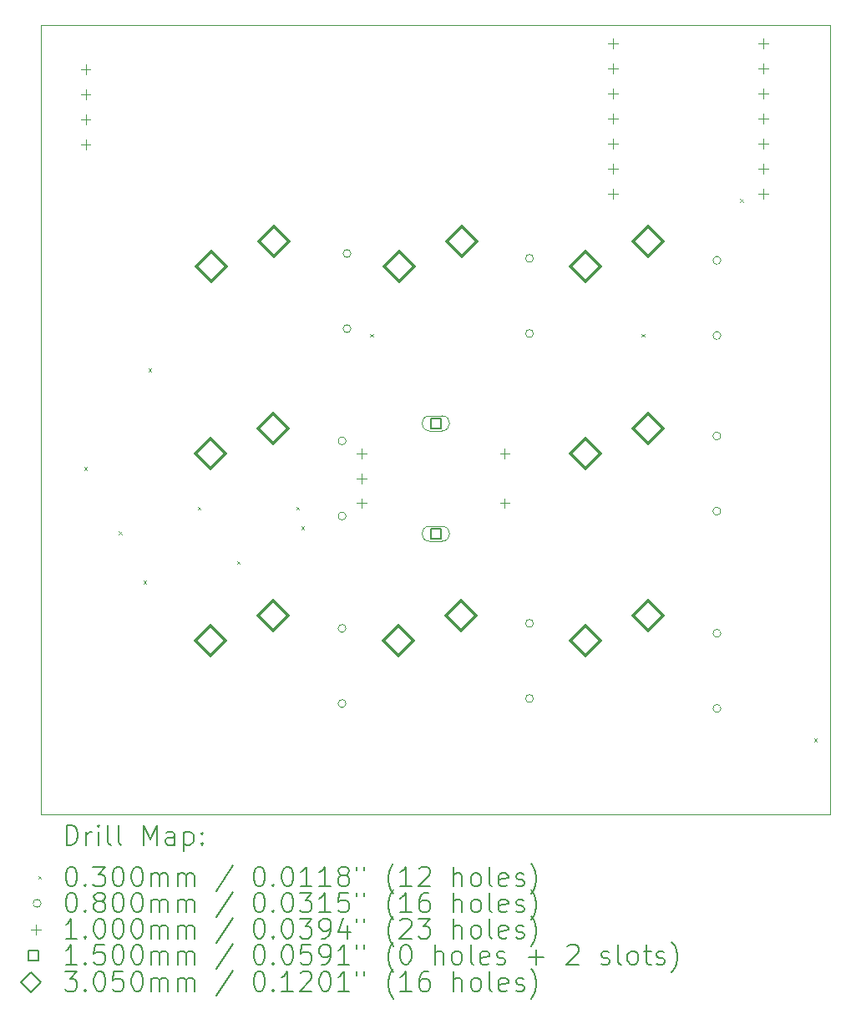
<source format=gbr>
%TF.GenerationSoftware,KiCad,Pcbnew,8.0.6*%
%TF.CreationDate,2024-10-30T00:35:00-04:00*%
%TF.ProjectId,MyHackpad,4d794861-636b-4706-9164-2e6b69636164,rev?*%
%TF.SameCoordinates,Original*%
%TF.FileFunction,Drillmap*%
%TF.FilePolarity,Positive*%
%FSLAX45Y45*%
G04 Gerber Fmt 4.5, Leading zero omitted, Abs format (unit mm)*
G04 Created by KiCad (PCBNEW 8.0.6) date 2024-10-30 00:35:00*
%MOMM*%
%LPD*%
G01*
G04 APERTURE LIST*
%ADD10C,0.050000*%
%ADD11C,0.200000*%
%ADD12C,0.100000*%
%ADD13C,0.150000*%
%ADD14C,0.305000*%
G04 APERTURE END LIST*
D10*
X1200000Y-1300000D02*
X9200000Y-1300000D01*
X9200000Y-9300000D01*
X1200000Y-9300000D01*
X1200000Y-1300000D01*
D11*
D12*
X1635000Y-5785000D02*
X1665000Y-5815000D01*
X1665000Y-5785000D02*
X1635000Y-5815000D01*
X1985000Y-6435000D02*
X2015000Y-6465000D01*
X2015000Y-6435000D02*
X1985000Y-6465000D01*
X2235000Y-6935000D02*
X2265000Y-6965000D01*
X2265000Y-6935000D02*
X2235000Y-6965000D01*
X2285000Y-4785000D02*
X2315000Y-4815000D01*
X2315000Y-4785000D02*
X2285000Y-4815000D01*
X2785000Y-6185000D02*
X2815000Y-6215000D01*
X2815000Y-6185000D02*
X2785000Y-6215000D01*
X3185000Y-6735000D02*
X3215000Y-6765000D01*
X3215000Y-6735000D02*
X3185000Y-6765000D01*
X3785000Y-6185000D02*
X3815000Y-6215000D01*
X3815000Y-6185000D02*
X3785000Y-6215000D01*
X3835000Y-6385000D02*
X3865000Y-6415000D01*
X3865000Y-6385000D02*
X3835000Y-6415000D01*
X4535000Y-4435000D02*
X4565000Y-4465000D01*
X4565000Y-4435000D02*
X4535000Y-4465000D01*
X7285000Y-4435000D02*
X7315000Y-4465000D01*
X7315000Y-4435000D02*
X7285000Y-4465000D01*
X8285000Y-3067000D02*
X8315000Y-3097000D01*
X8315000Y-3067000D02*
X8285000Y-3097000D01*
X9035000Y-8535000D02*
X9065000Y-8565000D01*
X9065000Y-8535000D02*
X9035000Y-8565000D01*
X4290000Y-5519000D02*
G75*
G02*
X4210000Y-5519000I-40000J0D01*
G01*
X4210000Y-5519000D02*
G75*
G02*
X4290000Y-5519000I40000J0D01*
G01*
X4290000Y-6281000D02*
G75*
G02*
X4210000Y-6281000I-40000J0D01*
G01*
X4210000Y-6281000D02*
G75*
G02*
X4290000Y-6281000I40000J0D01*
G01*
X4290000Y-7419000D02*
G75*
G02*
X4210000Y-7419000I-40000J0D01*
G01*
X4210000Y-7419000D02*
G75*
G02*
X4290000Y-7419000I40000J0D01*
G01*
X4290000Y-8181000D02*
G75*
G02*
X4210000Y-8181000I-40000J0D01*
G01*
X4210000Y-8181000D02*
G75*
G02*
X4290000Y-8181000I40000J0D01*
G01*
X4340000Y-3619000D02*
G75*
G02*
X4260000Y-3619000I-40000J0D01*
G01*
X4260000Y-3619000D02*
G75*
G02*
X4340000Y-3619000I40000J0D01*
G01*
X4340000Y-4381000D02*
G75*
G02*
X4260000Y-4381000I-40000J0D01*
G01*
X4260000Y-4381000D02*
G75*
G02*
X4340000Y-4381000I40000J0D01*
G01*
X6190000Y-3669000D02*
G75*
G02*
X6110000Y-3669000I-40000J0D01*
G01*
X6110000Y-3669000D02*
G75*
G02*
X6190000Y-3669000I40000J0D01*
G01*
X6190000Y-4431000D02*
G75*
G02*
X6110000Y-4431000I-40000J0D01*
G01*
X6110000Y-4431000D02*
G75*
G02*
X6190000Y-4431000I40000J0D01*
G01*
X6190000Y-7369000D02*
G75*
G02*
X6110000Y-7369000I-40000J0D01*
G01*
X6110000Y-7369000D02*
G75*
G02*
X6190000Y-7369000I40000J0D01*
G01*
X6190000Y-8131000D02*
G75*
G02*
X6110000Y-8131000I-40000J0D01*
G01*
X6110000Y-8131000D02*
G75*
G02*
X6190000Y-8131000I40000J0D01*
G01*
X8090000Y-3688000D02*
G75*
G02*
X8010000Y-3688000I-40000J0D01*
G01*
X8010000Y-3688000D02*
G75*
G02*
X8090000Y-3688000I40000J0D01*
G01*
X8090000Y-4450000D02*
G75*
G02*
X8010000Y-4450000I-40000J0D01*
G01*
X8010000Y-4450000D02*
G75*
G02*
X8090000Y-4450000I40000J0D01*
G01*
X8090000Y-5469000D02*
G75*
G02*
X8010000Y-5469000I-40000J0D01*
G01*
X8010000Y-5469000D02*
G75*
G02*
X8090000Y-5469000I40000J0D01*
G01*
X8090000Y-6231000D02*
G75*
G02*
X8010000Y-6231000I-40000J0D01*
G01*
X8010000Y-6231000D02*
G75*
G02*
X8090000Y-6231000I40000J0D01*
G01*
X8090000Y-7469000D02*
G75*
G02*
X8010000Y-7469000I-40000J0D01*
G01*
X8010000Y-7469000D02*
G75*
G02*
X8090000Y-7469000I40000J0D01*
G01*
X8090000Y-8231000D02*
G75*
G02*
X8010000Y-8231000I-40000J0D01*
G01*
X8010000Y-8231000D02*
G75*
G02*
X8090000Y-8231000I40000J0D01*
G01*
X1650000Y-1700000D02*
X1650000Y-1800000D01*
X1600000Y-1750000D02*
X1700000Y-1750000D01*
X1650000Y-1954000D02*
X1650000Y-2054000D01*
X1600000Y-2004000D02*
X1700000Y-2004000D01*
X1650000Y-2208000D02*
X1650000Y-2308000D01*
X1600000Y-2258000D02*
X1700000Y-2258000D01*
X1650000Y-2462000D02*
X1650000Y-2562000D01*
X1600000Y-2512000D02*
X1700000Y-2512000D01*
X4450000Y-5600000D02*
X4450000Y-5700000D01*
X4400000Y-5650000D02*
X4500000Y-5650000D01*
X4450000Y-5850000D02*
X4450000Y-5950000D01*
X4400000Y-5900000D02*
X4500000Y-5900000D01*
X4450000Y-6100000D02*
X4450000Y-6200000D01*
X4400000Y-6150000D02*
X4500000Y-6150000D01*
X5900000Y-5600000D02*
X5900000Y-5700000D01*
X5850000Y-5650000D02*
X5950000Y-5650000D01*
X5900000Y-6100000D02*
X5900000Y-6200000D01*
X5850000Y-6150000D02*
X5950000Y-6150000D01*
X7000000Y-1438000D02*
X7000000Y-1538000D01*
X6950000Y-1488000D02*
X7050000Y-1488000D01*
X7000000Y-1692000D02*
X7000000Y-1792000D01*
X6950000Y-1742000D02*
X7050000Y-1742000D01*
X7000000Y-1946000D02*
X7000000Y-2046000D01*
X6950000Y-1996000D02*
X7050000Y-1996000D01*
X7000000Y-2200000D02*
X7000000Y-2300000D01*
X6950000Y-2250000D02*
X7050000Y-2250000D01*
X7000000Y-2454000D02*
X7000000Y-2554000D01*
X6950000Y-2504000D02*
X7050000Y-2504000D01*
X7000000Y-2708000D02*
X7000000Y-2808000D01*
X6950000Y-2758000D02*
X7050000Y-2758000D01*
X7000000Y-2962000D02*
X7000000Y-3062000D01*
X6950000Y-3012000D02*
X7050000Y-3012000D01*
X8524000Y-1438000D02*
X8524000Y-1538000D01*
X8474000Y-1488000D02*
X8574000Y-1488000D01*
X8524000Y-1692000D02*
X8524000Y-1792000D01*
X8474000Y-1742000D02*
X8574000Y-1742000D01*
X8524000Y-1946000D02*
X8524000Y-2046000D01*
X8474000Y-1996000D02*
X8574000Y-1996000D01*
X8524000Y-2200000D02*
X8524000Y-2300000D01*
X8474000Y-2250000D02*
X8574000Y-2250000D01*
X8524000Y-2454000D02*
X8524000Y-2554000D01*
X8474000Y-2504000D02*
X8574000Y-2504000D01*
X8524000Y-2708000D02*
X8524000Y-2808000D01*
X8474000Y-2758000D02*
X8574000Y-2758000D01*
X8524000Y-2962000D02*
X8524000Y-3062000D01*
X8474000Y-3012000D02*
X8574000Y-3012000D01*
D13*
X5253034Y-5393034D02*
X5253034Y-5286967D01*
X5146967Y-5286967D01*
X5146967Y-5393034D01*
X5253034Y-5393034D01*
D12*
X5135000Y-5415000D02*
X5265000Y-5415000D01*
X5265000Y-5265000D02*
G75*
G02*
X5265000Y-5415000I0J-75000D01*
G01*
X5265000Y-5265000D02*
X5135000Y-5265000D01*
X5135000Y-5265000D02*
G75*
G03*
X5135000Y-5415000I0J-75000D01*
G01*
D13*
X5253034Y-6513033D02*
X5253034Y-6406966D01*
X5146967Y-6406966D01*
X5146967Y-6513033D01*
X5253034Y-6513033D01*
D12*
X5135000Y-6535000D02*
X5265000Y-6535000D01*
X5265000Y-6385000D02*
G75*
G02*
X5265000Y-6535000I0J-75000D01*
G01*
X5265000Y-6385000D02*
X5135000Y-6385000D01*
X5135000Y-6385000D02*
G75*
G03*
X5135000Y-6535000I0J-75000D01*
G01*
D14*
X2919000Y-5798500D02*
X3071500Y-5646000D01*
X2919000Y-5493500D01*
X2766500Y-5646000D01*
X2919000Y-5798500D01*
X2919000Y-7698500D02*
X3071500Y-7546000D01*
X2919000Y-7393500D01*
X2766500Y-7546000D01*
X2919000Y-7698500D01*
X2927000Y-3898500D02*
X3079500Y-3746000D01*
X2927000Y-3593500D01*
X2774500Y-3746000D01*
X2927000Y-3898500D01*
X3554000Y-5544500D02*
X3706500Y-5392000D01*
X3554000Y-5239500D01*
X3401500Y-5392000D01*
X3554000Y-5544500D01*
X3554000Y-7444500D02*
X3706500Y-7292000D01*
X3554000Y-7139500D01*
X3401500Y-7292000D01*
X3554000Y-7444500D01*
X3562000Y-3644500D02*
X3714500Y-3492000D01*
X3562000Y-3339500D01*
X3409500Y-3492000D01*
X3562000Y-3644500D01*
X4819000Y-7698500D02*
X4971500Y-7546000D01*
X4819000Y-7393500D01*
X4666500Y-7546000D01*
X4819000Y-7698500D01*
X4827000Y-3898500D02*
X4979500Y-3746000D01*
X4827000Y-3593500D01*
X4674500Y-3746000D01*
X4827000Y-3898500D01*
X5454000Y-7444500D02*
X5606500Y-7292000D01*
X5454000Y-7139500D01*
X5301500Y-7292000D01*
X5454000Y-7444500D01*
X5462000Y-3644500D02*
X5614500Y-3492000D01*
X5462000Y-3339500D01*
X5309500Y-3492000D01*
X5462000Y-3644500D01*
X6719000Y-3898500D02*
X6871500Y-3746000D01*
X6719000Y-3593500D01*
X6566500Y-3746000D01*
X6719000Y-3898500D01*
X6719000Y-5798500D02*
X6871500Y-5646000D01*
X6719000Y-5493500D01*
X6566500Y-5646000D01*
X6719000Y-5798500D01*
X6719000Y-7698500D02*
X6871500Y-7546000D01*
X6719000Y-7393500D01*
X6566500Y-7546000D01*
X6719000Y-7698500D01*
X7354000Y-3644500D02*
X7506500Y-3492000D01*
X7354000Y-3339500D01*
X7201500Y-3492000D01*
X7354000Y-3644500D01*
X7354000Y-5544500D02*
X7506500Y-5392000D01*
X7354000Y-5239500D01*
X7201500Y-5392000D01*
X7354000Y-5544500D01*
X7354000Y-7444500D02*
X7506500Y-7292000D01*
X7354000Y-7139500D01*
X7201500Y-7292000D01*
X7354000Y-7444500D01*
D11*
X1458277Y-9613984D02*
X1458277Y-9413984D01*
X1458277Y-9413984D02*
X1505896Y-9413984D01*
X1505896Y-9413984D02*
X1534467Y-9423508D01*
X1534467Y-9423508D02*
X1553515Y-9442555D01*
X1553515Y-9442555D02*
X1563039Y-9461603D01*
X1563039Y-9461603D02*
X1572562Y-9499698D01*
X1572562Y-9499698D02*
X1572562Y-9528270D01*
X1572562Y-9528270D02*
X1563039Y-9566365D01*
X1563039Y-9566365D02*
X1553515Y-9585412D01*
X1553515Y-9585412D02*
X1534467Y-9604460D01*
X1534467Y-9604460D02*
X1505896Y-9613984D01*
X1505896Y-9613984D02*
X1458277Y-9613984D01*
X1658277Y-9613984D02*
X1658277Y-9480650D01*
X1658277Y-9518746D02*
X1667801Y-9499698D01*
X1667801Y-9499698D02*
X1677324Y-9490174D01*
X1677324Y-9490174D02*
X1696372Y-9480650D01*
X1696372Y-9480650D02*
X1715420Y-9480650D01*
X1782086Y-9613984D02*
X1782086Y-9480650D01*
X1782086Y-9413984D02*
X1772562Y-9423508D01*
X1772562Y-9423508D02*
X1782086Y-9433031D01*
X1782086Y-9433031D02*
X1791610Y-9423508D01*
X1791610Y-9423508D02*
X1782086Y-9413984D01*
X1782086Y-9413984D02*
X1782086Y-9433031D01*
X1905896Y-9613984D02*
X1886848Y-9604460D01*
X1886848Y-9604460D02*
X1877324Y-9585412D01*
X1877324Y-9585412D02*
X1877324Y-9413984D01*
X2010658Y-9613984D02*
X1991610Y-9604460D01*
X1991610Y-9604460D02*
X1982086Y-9585412D01*
X1982086Y-9585412D02*
X1982086Y-9413984D01*
X2239229Y-9613984D02*
X2239229Y-9413984D01*
X2239229Y-9413984D02*
X2305896Y-9556841D01*
X2305896Y-9556841D02*
X2372563Y-9413984D01*
X2372563Y-9413984D02*
X2372563Y-9613984D01*
X2553515Y-9613984D02*
X2553515Y-9509222D01*
X2553515Y-9509222D02*
X2543991Y-9490174D01*
X2543991Y-9490174D02*
X2524944Y-9480650D01*
X2524944Y-9480650D02*
X2486848Y-9480650D01*
X2486848Y-9480650D02*
X2467801Y-9490174D01*
X2553515Y-9604460D02*
X2534467Y-9613984D01*
X2534467Y-9613984D02*
X2486848Y-9613984D01*
X2486848Y-9613984D02*
X2467801Y-9604460D01*
X2467801Y-9604460D02*
X2458277Y-9585412D01*
X2458277Y-9585412D02*
X2458277Y-9566365D01*
X2458277Y-9566365D02*
X2467801Y-9547317D01*
X2467801Y-9547317D02*
X2486848Y-9537793D01*
X2486848Y-9537793D02*
X2534467Y-9537793D01*
X2534467Y-9537793D02*
X2553515Y-9528270D01*
X2648753Y-9480650D02*
X2648753Y-9680650D01*
X2648753Y-9490174D02*
X2667801Y-9480650D01*
X2667801Y-9480650D02*
X2705896Y-9480650D01*
X2705896Y-9480650D02*
X2724944Y-9490174D01*
X2724944Y-9490174D02*
X2734467Y-9499698D01*
X2734467Y-9499698D02*
X2743991Y-9518746D01*
X2743991Y-9518746D02*
X2743991Y-9575889D01*
X2743991Y-9575889D02*
X2734467Y-9594936D01*
X2734467Y-9594936D02*
X2724944Y-9604460D01*
X2724944Y-9604460D02*
X2705896Y-9613984D01*
X2705896Y-9613984D02*
X2667801Y-9613984D01*
X2667801Y-9613984D02*
X2648753Y-9604460D01*
X2829705Y-9594936D02*
X2839229Y-9604460D01*
X2839229Y-9604460D02*
X2829705Y-9613984D01*
X2829705Y-9613984D02*
X2820182Y-9604460D01*
X2820182Y-9604460D02*
X2829705Y-9594936D01*
X2829705Y-9594936D02*
X2829705Y-9613984D01*
X2829705Y-9490174D02*
X2839229Y-9499698D01*
X2839229Y-9499698D02*
X2829705Y-9509222D01*
X2829705Y-9509222D02*
X2820182Y-9499698D01*
X2820182Y-9499698D02*
X2829705Y-9490174D01*
X2829705Y-9490174D02*
X2829705Y-9509222D01*
D12*
X1167500Y-9927500D02*
X1197500Y-9957500D01*
X1197500Y-9927500D02*
X1167500Y-9957500D01*
D11*
X1496372Y-9833984D02*
X1515420Y-9833984D01*
X1515420Y-9833984D02*
X1534467Y-9843508D01*
X1534467Y-9843508D02*
X1543991Y-9853031D01*
X1543991Y-9853031D02*
X1553515Y-9872079D01*
X1553515Y-9872079D02*
X1563039Y-9910174D01*
X1563039Y-9910174D02*
X1563039Y-9957793D01*
X1563039Y-9957793D02*
X1553515Y-9995889D01*
X1553515Y-9995889D02*
X1543991Y-10014936D01*
X1543991Y-10014936D02*
X1534467Y-10024460D01*
X1534467Y-10024460D02*
X1515420Y-10033984D01*
X1515420Y-10033984D02*
X1496372Y-10033984D01*
X1496372Y-10033984D02*
X1477324Y-10024460D01*
X1477324Y-10024460D02*
X1467801Y-10014936D01*
X1467801Y-10014936D02*
X1458277Y-9995889D01*
X1458277Y-9995889D02*
X1448753Y-9957793D01*
X1448753Y-9957793D02*
X1448753Y-9910174D01*
X1448753Y-9910174D02*
X1458277Y-9872079D01*
X1458277Y-9872079D02*
X1467801Y-9853031D01*
X1467801Y-9853031D02*
X1477324Y-9843508D01*
X1477324Y-9843508D02*
X1496372Y-9833984D01*
X1648753Y-10014936D02*
X1658277Y-10024460D01*
X1658277Y-10024460D02*
X1648753Y-10033984D01*
X1648753Y-10033984D02*
X1639229Y-10024460D01*
X1639229Y-10024460D02*
X1648753Y-10014936D01*
X1648753Y-10014936D02*
X1648753Y-10033984D01*
X1724943Y-9833984D02*
X1848753Y-9833984D01*
X1848753Y-9833984D02*
X1782086Y-9910174D01*
X1782086Y-9910174D02*
X1810658Y-9910174D01*
X1810658Y-9910174D02*
X1829705Y-9919698D01*
X1829705Y-9919698D02*
X1839229Y-9929222D01*
X1839229Y-9929222D02*
X1848753Y-9948270D01*
X1848753Y-9948270D02*
X1848753Y-9995889D01*
X1848753Y-9995889D02*
X1839229Y-10014936D01*
X1839229Y-10014936D02*
X1829705Y-10024460D01*
X1829705Y-10024460D02*
X1810658Y-10033984D01*
X1810658Y-10033984D02*
X1753515Y-10033984D01*
X1753515Y-10033984D02*
X1734467Y-10024460D01*
X1734467Y-10024460D02*
X1724943Y-10014936D01*
X1972562Y-9833984D02*
X1991610Y-9833984D01*
X1991610Y-9833984D02*
X2010658Y-9843508D01*
X2010658Y-9843508D02*
X2020182Y-9853031D01*
X2020182Y-9853031D02*
X2029705Y-9872079D01*
X2029705Y-9872079D02*
X2039229Y-9910174D01*
X2039229Y-9910174D02*
X2039229Y-9957793D01*
X2039229Y-9957793D02*
X2029705Y-9995889D01*
X2029705Y-9995889D02*
X2020182Y-10014936D01*
X2020182Y-10014936D02*
X2010658Y-10024460D01*
X2010658Y-10024460D02*
X1991610Y-10033984D01*
X1991610Y-10033984D02*
X1972562Y-10033984D01*
X1972562Y-10033984D02*
X1953515Y-10024460D01*
X1953515Y-10024460D02*
X1943991Y-10014936D01*
X1943991Y-10014936D02*
X1934467Y-9995889D01*
X1934467Y-9995889D02*
X1924943Y-9957793D01*
X1924943Y-9957793D02*
X1924943Y-9910174D01*
X1924943Y-9910174D02*
X1934467Y-9872079D01*
X1934467Y-9872079D02*
X1943991Y-9853031D01*
X1943991Y-9853031D02*
X1953515Y-9843508D01*
X1953515Y-9843508D02*
X1972562Y-9833984D01*
X2163039Y-9833984D02*
X2182086Y-9833984D01*
X2182086Y-9833984D02*
X2201134Y-9843508D01*
X2201134Y-9843508D02*
X2210658Y-9853031D01*
X2210658Y-9853031D02*
X2220182Y-9872079D01*
X2220182Y-9872079D02*
X2229705Y-9910174D01*
X2229705Y-9910174D02*
X2229705Y-9957793D01*
X2229705Y-9957793D02*
X2220182Y-9995889D01*
X2220182Y-9995889D02*
X2210658Y-10014936D01*
X2210658Y-10014936D02*
X2201134Y-10024460D01*
X2201134Y-10024460D02*
X2182086Y-10033984D01*
X2182086Y-10033984D02*
X2163039Y-10033984D01*
X2163039Y-10033984D02*
X2143991Y-10024460D01*
X2143991Y-10024460D02*
X2134467Y-10014936D01*
X2134467Y-10014936D02*
X2124944Y-9995889D01*
X2124944Y-9995889D02*
X2115420Y-9957793D01*
X2115420Y-9957793D02*
X2115420Y-9910174D01*
X2115420Y-9910174D02*
X2124944Y-9872079D01*
X2124944Y-9872079D02*
X2134467Y-9853031D01*
X2134467Y-9853031D02*
X2143991Y-9843508D01*
X2143991Y-9843508D02*
X2163039Y-9833984D01*
X2315420Y-10033984D02*
X2315420Y-9900650D01*
X2315420Y-9919698D02*
X2324944Y-9910174D01*
X2324944Y-9910174D02*
X2343991Y-9900650D01*
X2343991Y-9900650D02*
X2372563Y-9900650D01*
X2372563Y-9900650D02*
X2391610Y-9910174D01*
X2391610Y-9910174D02*
X2401134Y-9929222D01*
X2401134Y-9929222D02*
X2401134Y-10033984D01*
X2401134Y-9929222D02*
X2410658Y-9910174D01*
X2410658Y-9910174D02*
X2429705Y-9900650D01*
X2429705Y-9900650D02*
X2458277Y-9900650D01*
X2458277Y-9900650D02*
X2477325Y-9910174D01*
X2477325Y-9910174D02*
X2486848Y-9929222D01*
X2486848Y-9929222D02*
X2486848Y-10033984D01*
X2582086Y-10033984D02*
X2582086Y-9900650D01*
X2582086Y-9919698D02*
X2591610Y-9910174D01*
X2591610Y-9910174D02*
X2610658Y-9900650D01*
X2610658Y-9900650D02*
X2639229Y-9900650D01*
X2639229Y-9900650D02*
X2658277Y-9910174D01*
X2658277Y-9910174D02*
X2667801Y-9929222D01*
X2667801Y-9929222D02*
X2667801Y-10033984D01*
X2667801Y-9929222D02*
X2677325Y-9910174D01*
X2677325Y-9910174D02*
X2696372Y-9900650D01*
X2696372Y-9900650D02*
X2724944Y-9900650D01*
X2724944Y-9900650D02*
X2743991Y-9910174D01*
X2743991Y-9910174D02*
X2753515Y-9929222D01*
X2753515Y-9929222D02*
X2753515Y-10033984D01*
X3143991Y-9824460D02*
X2972563Y-10081603D01*
X3401134Y-9833984D02*
X3420182Y-9833984D01*
X3420182Y-9833984D02*
X3439229Y-9843508D01*
X3439229Y-9843508D02*
X3448753Y-9853031D01*
X3448753Y-9853031D02*
X3458277Y-9872079D01*
X3458277Y-9872079D02*
X3467801Y-9910174D01*
X3467801Y-9910174D02*
X3467801Y-9957793D01*
X3467801Y-9957793D02*
X3458277Y-9995889D01*
X3458277Y-9995889D02*
X3448753Y-10014936D01*
X3448753Y-10014936D02*
X3439229Y-10024460D01*
X3439229Y-10024460D02*
X3420182Y-10033984D01*
X3420182Y-10033984D02*
X3401134Y-10033984D01*
X3401134Y-10033984D02*
X3382086Y-10024460D01*
X3382086Y-10024460D02*
X3372563Y-10014936D01*
X3372563Y-10014936D02*
X3363039Y-9995889D01*
X3363039Y-9995889D02*
X3353515Y-9957793D01*
X3353515Y-9957793D02*
X3353515Y-9910174D01*
X3353515Y-9910174D02*
X3363039Y-9872079D01*
X3363039Y-9872079D02*
X3372563Y-9853031D01*
X3372563Y-9853031D02*
X3382086Y-9843508D01*
X3382086Y-9843508D02*
X3401134Y-9833984D01*
X3553515Y-10014936D02*
X3563039Y-10024460D01*
X3563039Y-10024460D02*
X3553515Y-10033984D01*
X3553515Y-10033984D02*
X3543991Y-10024460D01*
X3543991Y-10024460D02*
X3553515Y-10014936D01*
X3553515Y-10014936D02*
X3553515Y-10033984D01*
X3686848Y-9833984D02*
X3705896Y-9833984D01*
X3705896Y-9833984D02*
X3724944Y-9843508D01*
X3724944Y-9843508D02*
X3734467Y-9853031D01*
X3734467Y-9853031D02*
X3743991Y-9872079D01*
X3743991Y-9872079D02*
X3753515Y-9910174D01*
X3753515Y-9910174D02*
X3753515Y-9957793D01*
X3753515Y-9957793D02*
X3743991Y-9995889D01*
X3743991Y-9995889D02*
X3734467Y-10014936D01*
X3734467Y-10014936D02*
X3724944Y-10024460D01*
X3724944Y-10024460D02*
X3705896Y-10033984D01*
X3705896Y-10033984D02*
X3686848Y-10033984D01*
X3686848Y-10033984D02*
X3667801Y-10024460D01*
X3667801Y-10024460D02*
X3658277Y-10014936D01*
X3658277Y-10014936D02*
X3648753Y-9995889D01*
X3648753Y-9995889D02*
X3639229Y-9957793D01*
X3639229Y-9957793D02*
X3639229Y-9910174D01*
X3639229Y-9910174D02*
X3648753Y-9872079D01*
X3648753Y-9872079D02*
X3658277Y-9853031D01*
X3658277Y-9853031D02*
X3667801Y-9843508D01*
X3667801Y-9843508D02*
X3686848Y-9833984D01*
X3943991Y-10033984D02*
X3829706Y-10033984D01*
X3886848Y-10033984D02*
X3886848Y-9833984D01*
X3886848Y-9833984D02*
X3867801Y-9862555D01*
X3867801Y-9862555D02*
X3848753Y-9881603D01*
X3848753Y-9881603D02*
X3829706Y-9891127D01*
X4134467Y-10033984D02*
X4020182Y-10033984D01*
X4077325Y-10033984D02*
X4077325Y-9833984D01*
X4077325Y-9833984D02*
X4058277Y-9862555D01*
X4058277Y-9862555D02*
X4039229Y-9881603D01*
X4039229Y-9881603D02*
X4020182Y-9891127D01*
X4248753Y-9919698D02*
X4229706Y-9910174D01*
X4229706Y-9910174D02*
X4220182Y-9900650D01*
X4220182Y-9900650D02*
X4210658Y-9881603D01*
X4210658Y-9881603D02*
X4210658Y-9872079D01*
X4210658Y-9872079D02*
X4220182Y-9853031D01*
X4220182Y-9853031D02*
X4229706Y-9843508D01*
X4229706Y-9843508D02*
X4248753Y-9833984D01*
X4248753Y-9833984D02*
X4286849Y-9833984D01*
X4286849Y-9833984D02*
X4305896Y-9843508D01*
X4305896Y-9843508D02*
X4315420Y-9853031D01*
X4315420Y-9853031D02*
X4324944Y-9872079D01*
X4324944Y-9872079D02*
X4324944Y-9881603D01*
X4324944Y-9881603D02*
X4315420Y-9900650D01*
X4315420Y-9900650D02*
X4305896Y-9910174D01*
X4305896Y-9910174D02*
X4286849Y-9919698D01*
X4286849Y-9919698D02*
X4248753Y-9919698D01*
X4248753Y-9919698D02*
X4229706Y-9929222D01*
X4229706Y-9929222D02*
X4220182Y-9938746D01*
X4220182Y-9938746D02*
X4210658Y-9957793D01*
X4210658Y-9957793D02*
X4210658Y-9995889D01*
X4210658Y-9995889D02*
X4220182Y-10014936D01*
X4220182Y-10014936D02*
X4229706Y-10024460D01*
X4229706Y-10024460D02*
X4248753Y-10033984D01*
X4248753Y-10033984D02*
X4286849Y-10033984D01*
X4286849Y-10033984D02*
X4305896Y-10024460D01*
X4305896Y-10024460D02*
X4315420Y-10014936D01*
X4315420Y-10014936D02*
X4324944Y-9995889D01*
X4324944Y-9995889D02*
X4324944Y-9957793D01*
X4324944Y-9957793D02*
X4315420Y-9938746D01*
X4315420Y-9938746D02*
X4305896Y-9929222D01*
X4305896Y-9929222D02*
X4286849Y-9919698D01*
X4401134Y-9833984D02*
X4401134Y-9872079D01*
X4477325Y-9833984D02*
X4477325Y-9872079D01*
X4772563Y-10110174D02*
X4763039Y-10100650D01*
X4763039Y-10100650D02*
X4743991Y-10072079D01*
X4743991Y-10072079D02*
X4734468Y-10053031D01*
X4734468Y-10053031D02*
X4724944Y-10024460D01*
X4724944Y-10024460D02*
X4715420Y-9976841D01*
X4715420Y-9976841D02*
X4715420Y-9938746D01*
X4715420Y-9938746D02*
X4724944Y-9891127D01*
X4724944Y-9891127D02*
X4734468Y-9862555D01*
X4734468Y-9862555D02*
X4743991Y-9843508D01*
X4743991Y-9843508D02*
X4763039Y-9814936D01*
X4763039Y-9814936D02*
X4772563Y-9805412D01*
X4953515Y-10033984D02*
X4839230Y-10033984D01*
X4896372Y-10033984D02*
X4896372Y-9833984D01*
X4896372Y-9833984D02*
X4877325Y-9862555D01*
X4877325Y-9862555D02*
X4858277Y-9881603D01*
X4858277Y-9881603D02*
X4839230Y-9891127D01*
X5029706Y-9853031D02*
X5039230Y-9843508D01*
X5039230Y-9843508D02*
X5058277Y-9833984D01*
X5058277Y-9833984D02*
X5105896Y-9833984D01*
X5105896Y-9833984D02*
X5124944Y-9843508D01*
X5124944Y-9843508D02*
X5134468Y-9853031D01*
X5134468Y-9853031D02*
X5143991Y-9872079D01*
X5143991Y-9872079D02*
X5143991Y-9891127D01*
X5143991Y-9891127D02*
X5134468Y-9919698D01*
X5134468Y-9919698D02*
X5020182Y-10033984D01*
X5020182Y-10033984D02*
X5143991Y-10033984D01*
X5382087Y-10033984D02*
X5382087Y-9833984D01*
X5467801Y-10033984D02*
X5467801Y-9929222D01*
X5467801Y-9929222D02*
X5458277Y-9910174D01*
X5458277Y-9910174D02*
X5439230Y-9900650D01*
X5439230Y-9900650D02*
X5410658Y-9900650D01*
X5410658Y-9900650D02*
X5391611Y-9910174D01*
X5391611Y-9910174D02*
X5382087Y-9919698D01*
X5591611Y-10033984D02*
X5572563Y-10024460D01*
X5572563Y-10024460D02*
X5563039Y-10014936D01*
X5563039Y-10014936D02*
X5553515Y-9995889D01*
X5553515Y-9995889D02*
X5553515Y-9938746D01*
X5553515Y-9938746D02*
X5563039Y-9919698D01*
X5563039Y-9919698D02*
X5572563Y-9910174D01*
X5572563Y-9910174D02*
X5591611Y-9900650D01*
X5591611Y-9900650D02*
X5620182Y-9900650D01*
X5620182Y-9900650D02*
X5639230Y-9910174D01*
X5639230Y-9910174D02*
X5648753Y-9919698D01*
X5648753Y-9919698D02*
X5658277Y-9938746D01*
X5658277Y-9938746D02*
X5658277Y-9995889D01*
X5658277Y-9995889D02*
X5648753Y-10014936D01*
X5648753Y-10014936D02*
X5639230Y-10024460D01*
X5639230Y-10024460D02*
X5620182Y-10033984D01*
X5620182Y-10033984D02*
X5591611Y-10033984D01*
X5772563Y-10033984D02*
X5753515Y-10024460D01*
X5753515Y-10024460D02*
X5743991Y-10005412D01*
X5743991Y-10005412D02*
X5743991Y-9833984D01*
X5924944Y-10024460D02*
X5905896Y-10033984D01*
X5905896Y-10033984D02*
X5867801Y-10033984D01*
X5867801Y-10033984D02*
X5848753Y-10024460D01*
X5848753Y-10024460D02*
X5839230Y-10005412D01*
X5839230Y-10005412D02*
X5839230Y-9929222D01*
X5839230Y-9929222D02*
X5848753Y-9910174D01*
X5848753Y-9910174D02*
X5867801Y-9900650D01*
X5867801Y-9900650D02*
X5905896Y-9900650D01*
X5905896Y-9900650D02*
X5924944Y-9910174D01*
X5924944Y-9910174D02*
X5934468Y-9929222D01*
X5934468Y-9929222D02*
X5934468Y-9948270D01*
X5934468Y-9948270D02*
X5839230Y-9967317D01*
X6010658Y-10024460D02*
X6029706Y-10033984D01*
X6029706Y-10033984D02*
X6067801Y-10033984D01*
X6067801Y-10033984D02*
X6086849Y-10024460D01*
X6086849Y-10024460D02*
X6096372Y-10005412D01*
X6096372Y-10005412D02*
X6096372Y-9995889D01*
X6096372Y-9995889D02*
X6086849Y-9976841D01*
X6086849Y-9976841D02*
X6067801Y-9967317D01*
X6067801Y-9967317D02*
X6039230Y-9967317D01*
X6039230Y-9967317D02*
X6020182Y-9957793D01*
X6020182Y-9957793D02*
X6010658Y-9938746D01*
X6010658Y-9938746D02*
X6010658Y-9929222D01*
X6010658Y-9929222D02*
X6020182Y-9910174D01*
X6020182Y-9910174D02*
X6039230Y-9900650D01*
X6039230Y-9900650D02*
X6067801Y-9900650D01*
X6067801Y-9900650D02*
X6086849Y-9910174D01*
X6163039Y-10110174D02*
X6172563Y-10100650D01*
X6172563Y-10100650D02*
X6191611Y-10072079D01*
X6191611Y-10072079D02*
X6201134Y-10053031D01*
X6201134Y-10053031D02*
X6210658Y-10024460D01*
X6210658Y-10024460D02*
X6220182Y-9976841D01*
X6220182Y-9976841D02*
X6220182Y-9938746D01*
X6220182Y-9938746D02*
X6210658Y-9891127D01*
X6210658Y-9891127D02*
X6201134Y-9862555D01*
X6201134Y-9862555D02*
X6191611Y-9843508D01*
X6191611Y-9843508D02*
X6172563Y-9814936D01*
X6172563Y-9814936D02*
X6163039Y-9805412D01*
D12*
X1197500Y-10206500D02*
G75*
G02*
X1117500Y-10206500I-40000J0D01*
G01*
X1117500Y-10206500D02*
G75*
G02*
X1197500Y-10206500I40000J0D01*
G01*
D11*
X1496372Y-10097984D02*
X1515420Y-10097984D01*
X1515420Y-10097984D02*
X1534467Y-10107508D01*
X1534467Y-10107508D02*
X1543991Y-10117031D01*
X1543991Y-10117031D02*
X1553515Y-10136079D01*
X1553515Y-10136079D02*
X1563039Y-10174174D01*
X1563039Y-10174174D02*
X1563039Y-10221793D01*
X1563039Y-10221793D02*
X1553515Y-10259889D01*
X1553515Y-10259889D02*
X1543991Y-10278936D01*
X1543991Y-10278936D02*
X1534467Y-10288460D01*
X1534467Y-10288460D02*
X1515420Y-10297984D01*
X1515420Y-10297984D02*
X1496372Y-10297984D01*
X1496372Y-10297984D02*
X1477324Y-10288460D01*
X1477324Y-10288460D02*
X1467801Y-10278936D01*
X1467801Y-10278936D02*
X1458277Y-10259889D01*
X1458277Y-10259889D02*
X1448753Y-10221793D01*
X1448753Y-10221793D02*
X1448753Y-10174174D01*
X1448753Y-10174174D02*
X1458277Y-10136079D01*
X1458277Y-10136079D02*
X1467801Y-10117031D01*
X1467801Y-10117031D02*
X1477324Y-10107508D01*
X1477324Y-10107508D02*
X1496372Y-10097984D01*
X1648753Y-10278936D02*
X1658277Y-10288460D01*
X1658277Y-10288460D02*
X1648753Y-10297984D01*
X1648753Y-10297984D02*
X1639229Y-10288460D01*
X1639229Y-10288460D02*
X1648753Y-10278936D01*
X1648753Y-10278936D02*
X1648753Y-10297984D01*
X1772562Y-10183698D02*
X1753515Y-10174174D01*
X1753515Y-10174174D02*
X1743991Y-10164650D01*
X1743991Y-10164650D02*
X1734467Y-10145603D01*
X1734467Y-10145603D02*
X1734467Y-10136079D01*
X1734467Y-10136079D02*
X1743991Y-10117031D01*
X1743991Y-10117031D02*
X1753515Y-10107508D01*
X1753515Y-10107508D02*
X1772562Y-10097984D01*
X1772562Y-10097984D02*
X1810658Y-10097984D01*
X1810658Y-10097984D02*
X1829705Y-10107508D01*
X1829705Y-10107508D02*
X1839229Y-10117031D01*
X1839229Y-10117031D02*
X1848753Y-10136079D01*
X1848753Y-10136079D02*
X1848753Y-10145603D01*
X1848753Y-10145603D02*
X1839229Y-10164650D01*
X1839229Y-10164650D02*
X1829705Y-10174174D01*
X1829705Y-10174174D02*
X1810658Y-10183698D01*
X1810658Y-10183698D02*
X1772562Y-10183698D01*
X1772562Y-10183698D02*
X1753515Y-10193222D01*
X1753515Y-10193222D02*
X1743991Y-10202746D01*
X1743991Y-10202746D02*
X1734467Y-10221793D01*
X1734467Y-10221793D02*
X1734467Y-10259889D01*
X1734467Y-10259889D02*
X1743991Y-10278936D01*
X1743991Y-10278936D02*
X1753515Y-10288460D01*
X1753515Y-10288460D02*
X1772562Y-10297984D01*
X1772562Y-10297984D02*
X1810658Y-10297984D01*
X1810658Y-10297984D02*
X1829705Y-10288460D01*
X1829705Y-10288460D02*
X1839229Y-10278936D01*
X1839229Y-10278936D02*
X1848753Y-10259889D01*
X1848753Y-10259889D02*
X1848753Y-10221793D01*
X1848753Y-10221793D02*
X1839229Y-10202746D01*
X1839229Y-10202746D02*
X1829705Y-10193222D01*
X1829705Y-10193222D02*
X1810658Y-10183698D01*
X1972562Y-10097984D02*
X1991610Y-10097984D01*
X1991610Y-10097984D02*
X2010658Y-10107508D01*
X2010658Y-10107508D02*
X2020182Y-10117031D01*
X2020182Y-10117031D02*
X2029705Y-10136079D01*
X2029705Y-10136079D02*
X2039229Y-10174174D01*
X2039229Y-10174174D02*
X2039229Y-10221793D01*
X2039229Y-10221793D02*
X2029705Y-10259889D01*
X2029705Y-10259889D02*
X2020182Y-10278936D01*
X2020182Y-10278936D02*
X2010658Y-10288460D01*
X2010658Y-10288460D02*
X1991610Y-10297984D01*
X1991610Y-10297984D02*
X1972562Y-10297984D01*
X1972562Y-10297984D02*
X1953515Y-10288460D01*
X1953515Y-10288460D02*
X1943991Y-10278936D01*
X1943991Y-10278936D02*
X1934467Y-10259889D01*
X1934467Y-10259889D02*
X1924943Y-10221793D01*
X1924943Y-10221793D02*
X1924943Y-10174174D01*
X1924943Y-10174174D02*
X1934467Y-10136079D01*
X1934467Y-10136079D02*
X1943991Y-10117031D01*
X1943991Y-10117031D02*
X1953515Y-10107508D01*
X1953515Y-10107508D02*
X1972562Y-10097984D01*
X2163039Y-10097984D02*
X2182086Y-10097984D01*
X2182086Y-10097984D02*
X2201134Y-10107508D01*
X2201134Y-10107508D02*
X2210658Y-10117031D01*
X2210658Y-10117031D02*
X2220182Y-10136079D01*
X2220182Y-10136079D02*
X2229705Y-10174174D01*
X2229705Y-10174174D02*
X2229705Y-10221793D01*
X2229705Y-10221793D02*
X2220182Y-10259889D01*
X2220182Y-10259889D02*
X2210658Y-10278936D01*
X2210658Y-10278936D02*
X2201134Y-10288460D01*
X2201134Y-10288460D02*
X2182086Y-10297984D01*
X2182086Y-10297984D02*
X2163039Y-10297984D01*
X2163039Y-10297984D02*
X2143991Y-10288460D01*
X2143991Y-10288460D02*
X2134467Y-10278936D01*
X2134467Y-10278936D02*
X2124944Y-10259889D01*
X2124944Y-10259889D02*
X2115420Y-10221793D01*
X2115420Y-10221793D02*
X2115420Y-10174174D01*
X2115420Y-10174174D02*
X2124944Y-10136079D01*
X2124944Y-10136079D02*
X2134467Y-10117031D01*
X2134467Y-10117031D02*
X2143991Y-10107508D01*
X2143991Y-10107508D02*
X2163039Y-10097984D01*
X2315420Y-10297984D02*
X2315420Y-10164650D01*
X2315420Y-10183698D02*
X2324944Y-10174174D01*
X2324944Y-10174174D02*
X2343991Y-10164650D01*
X2343991Y-10164650D02*
X2372563Y-10164650D01*
X2372563Y-10164650D02*
X2391610Y-10174174D01*
X2391610Y-10174174D02*
X2401134Y-10193222D01*
X2401134Y-10193222D02*
X2401134Y-10297984D01*
X2401134Y-10193222D02*
X2410658Y-10174174D01*
X2410658Y-10174174D02*
X2429705Y-10164650D01*
X2429705Y-10164650D02*
X2458277Y-10164650D01*
X2458277Y-10164650D02*
X2477325Y-10174174D01*
X2477325Y-10174174D02*
X2486848Y-10193222D01*
X2486848Y-10193222D02*
X2486848Y-10297984D01*
X2582086Y-10297984D02*
X2582086Y-10164650D01*
X2582086Y-10183698D02*
X2591610Y-10174174D01*
X2591610Y-10174174D02*
X2610658Y-10164650D01*
X2610658Y-10164650D02*
X2639229Y-10164650D01*
X2639229Y-10164650D02*
X2658277Y-10174174D01*
X2658277Y-10174174D02*
X2667801Y-10193222D01*
X2667801Y-10193222D02*
X2667801Y-10297984D01*
X2667801Y-10193222D02*
X2677325Y-10174174D01*
X2677325Y-10174174D02*
X2696372Y-10164650D01*
X2696372Y-10164650D02*
X2724944Y-10164650D01*
X2724944Y-10164650D02*
X2743991Y-10174174D01*
X2743991Y-10174174D02*
X2753515Y-10193222D01*
X2753515Y-10193222D02*
X2753515Y-10297984D01*
X3143991Y-10088460D02*
X2972563Y-10345603D01*
X3401134Y-10097984D02*
X3420182Y-10097984D01*
X3420182Y-10097984D02*
X3439229Y-10107508D01*
X3439229Y-10107508D02*
X3448753Y-10117031D01*
X3448753Y-10117031D02*
X3458277Y-10136079D01*
X3458277Y-10136079D02*
X3467801Y-10174174D01*
X3467801Y-10174174D02*
X3467801Y-10221793D01*
X3467801Y-10221793D02*
X3458277Y-10259889D01*
X3458277Y-10259889D02*
X3448753Y-10278936D01*
X3448753Y-10278936D02*
X3439229Y-10288460D01*
X3439229Y-10288460D02*
X3420182Y-10297984D01*
X3420182Y-10297984D02*
X3401134Y-10297984D01*
X3401134Y-10297984D02*
X3382086Y-10288460D01*
X3382086Y-10288460D02*
X3372563Y-10278936D01*
X3372563Y-10278936D02*
X3363039Y-10259889D01*
X3363039Y-10259889D02*
X3353515Y-10221793D01*
X3353515Y-10221793D02*
X3353515Y-10174174D01*
X3353515Y-10174174D02*
X3363039Y-10136079D01*
X3363039Y-10136079D02*
X3372563Y-10117031D01*
X3372563Y-10117031D02*
X3382086Y-10107508D01*
X3382086Y-10107508D02*
X3401134Y-10097984D01*
X3553515Y-10278936D02*
X3563039Y-10288460D01*
X3563039Y-10288460D02*
X3553515Y-10297984D01*
X3553515Y-10297984D02*
X3543991Y-10288460D01*
X3543991Y-10288460D02*
X3553515Y-10278936D01*
X3553515Y-10278936D02*
X3553515Y-10297984D01*
X3686848Y-10097984D02*
X3705896Y-10097984D01*
X3705896Y-10097984D02*
X3724944Y-10107508D01*
X3724944Y-10107508D02*
X3734467Y-10117031D01*
X3734467Y-10117031D02*
X3743991Y-10136079D01*
X3743991Y-10136079D02*
X3753515Y-10174174D01*
X3753515Y-10174174D02*
X3753515Y-10221793D01*
X3753515Y-10221793D02*
X3743991Y-10259889D01*
X3743991Y-10259889D02*
X3734467Y-10278936D01*
X3734467Y-10278936D02*
X3724944Y-10288460D01*
X3724944Y-10288460D02*
X3705896Y-10297984D01*
X3705896Y-10297984D02*
X3686848Y-10297984D01*
X3686848Y-10297984D02*
X3667801Y-10288460D01*
X3667801Y-10288460D02*
X3658277Y-10278936D01*
X3658277Y-10278936D02*
X3648753Y-10259889D01*
X3648753Y-10259889D02*
X3639229Y-10221793D01*
X3639229Y-10221793D02*
X3639229Y-10174174D01*
X3639229Y-10174174D02*
X3648753Y-10136079D01*
X3648753Y-10136079D02*
X3658277Y-10117031D01*
X3658277Y-10117031D02*
X3667801Y-10107508D01*
X3667801Y-10107508D02*
X3686848Y-10097984D01*
X3820182Y-10097984D02*
X3943991Y-10097984D01*
X3943991Y-10097984D02*
X3877325Y-10174174D01*
X3877325Y-10174174D02*
X3905896Y-10174174D01*
X3905896Y-10174174D02*
X3924944Y-10183698D01*
X3924944Y-10183698D02*
X3934467Y-10193222D01*
X3934467Y-10193222D02*
X3943991Y-10212270D01*
X3943991Y-10212270D02*
X3943991Y-10259889D01*
X3943991Y-10259889D02*
X3934467Y-10278936D01*
X3934467Y-10278936D02*
X3924944Y-10288460D01*
X3924944Y-10288460D02*
X3905896Y-10297984D01*
X3905896Y-10297984D02*
X3848753Y-10297984D01*
X3848753Y-10297984D02*
X3829706Y-10288460D01*
X3829706Y-10288460D02*
X3820182Y-10278936D01*
X4134467Y-10297984D02*
X4020182Y-10297984D01*
X4077325Y-10297984D02*
X4077325Y-10097984D01*
X4077325Y-10097984D02*
X4058277Y-10126555D01*
X4058277Y-10126555D02*
X4039229Y-10145603D01*
X4039229Y-10145603D02*
X4020182Y-10155127D01*
X4315420Y-10097984D02*
X4220182Y-10097984D01*
X4220182Y-10097984D02*
X4210658Y-10193222D01*
X4210658Y-10193222D02*
X4220182Y-10183698D01*
X4220182Y-10183698D02*
X4239229Y-10174174D01*
X4239229Y-10174174D02*
X4286849Y-10174174D01*
X4286849Y-10174174D02*
X4305896Y-10183698D01*
X4305896Y-10183698D02*
X4315420Y-10193222D01*
X4315420Y-10193222D02*
X4324944Y-10212270D01*
X4324944Y-10212270D02*
X4324944Y-10259889D01*
X4324944Y-10259889D02*
X4315420Y-10278936D01*
X4315420Y-10278936D02*
X4305896Y-10288460D01*
X4305896Y-10288460D02*
X4286849Y-10297984D01*
X4286849Y-10297984D02*
X4239229Y-10297984D01*
X4239229Y-10297984D02*
X4220182Y-10288460D01*
X4220182Y-10288460D02*
X4210658Y-10278936D01*
X4401134Y-10097984D02*
X4401134Y-10136079D01*
X4477325Y-10097984D02*
X4477325Y-10136079D01*
X4772563Y-10374174D02*
X4763039Y-10364650D01*
X4763039Y-10364650D02*
X4743991Y-10336079D01*
X4743991Y-10336079D02*
X4734468Y-10317031D01*
X4734468Y-10317031D02*
X4724944Y-10288460D01*
X4724944Y-10288460D02*
X4715420Y-10240841D01*
X4715420Y-10240841D02*
X4715420Y-10202746D01*
X4715420Y-10202746D02*
X4724944Y-10155127D01*
X4724944Y-10155127D02*
X4734468Y-10126555D01*
X4734468Y-10126555D02*
X4743991Y-10107508D01*
X4743991Y-10107508D02*
X4763039Y-10078936D01*
X4763039Y-10078936D02*
X4772563Y-10069412D01*
X4953515Y-10297984D02*
X4839230Y-10297984D01*
X4896372Y-10297984D02*
X4896372Y-10097984D01*
X4896372Y-10097984D02*
X4877325Y-10126555D01*
X4877325Y-10126555D02*
X4858277Y-10145603D01*
X4858277Y-10145603D02*
X4839230Y-10155127D01*
X5124944Y-10097984D02*
X5086849Y-10097984D01*
X5086849Y-10097984D02*
X5067801Y-10107508D01*
X5067801Y-10107508D02*
X5058277Y-10117031D01*
X5058277Y-10117031D02*
X5039230Y-10145603D01*
X5039230Y-10145603D02*
X5029706Y-10183698D01*
X5029706Y-10183698D02*
X5029706Y-10259889D01*
X5029706Y-10259889D02*
X5039230Y-10278936D01*
X5039230Y-10278936D02*
X5048753Y-10288460D01*
X5048753Y-10288460D02*
X5067801Y-10297984D01*
X5067801Y-10297984D02*
X5105896Y-10297984D01*
X5105896Y-10297984D02*
X5124944Y-10288460D01*
X5124944Y-10288460D02*
X5134468Y-10278936D01*
X5134468Y-10278936D02*
X5143991Y-10259889D01*
X5143991Y-10259889D02*
X5143991Y-10212270D01*
X5143991Y-10212270D02*
X5134468Y-10193222D01*
X5134468Y-10193222D02*
X5124944Y-10183698D01*
X5124944Y-10183698D02*
X5105896Y-10174174D01*
X5105896Y-10174174D02*
X5067801Y-10174174D01*
X5067801Y-10174174D02*
X5048753Y-10183698D01*
X5048753Y-10183698D02*
X5039230Y-10193222D01*
X5039230Y-10193222D02*
X5029706Y-10212270D01*
X5382087Y-10297984D02*
X5382087Y-10097984D01*
X5467801Y-10297984D02*
X5467801Y-10193222D01*
X5467801Y-10193222D02*
X5458277Y-10174174D01*
X5458277Y-10174174D02*
X5439230Y-10164650D01*
X5439230Y-10164650D02*
X5410658Y-10164650D01*
X5410658Y-10164650D02*
X5391611Y-10174174D01*
X5391611Y-10174174D02*
X5382087Y-10183698D01*
X5591611Y-10297984D02*
X5572563Y-10288460D01*
X5572563Y-10288460D02*
X5563039Y-10278936D01*
X5563039Y-10278936D02*
X5553515Y-10259889D01*
X5553515Y-10259889D02*
X5553515Y-10202746D01*
X5553515Y-10202746D02*
X5563039Y-10183698D01*
X5563039Y-10183698D02*
X5572563Y-10174174D01*
X5572563Y-10174174D02*
X5591611Y-10164650D01*
X5591611Y-10164650D02*
X5620182Y-10164650D01*
X5620182Y-10164650D02*
X5639230Y-10174174D01*
X5639230Y-10174174D02*
X5648753Y-10183698D01*
X5648753Y-10183698D02*
X5658277Y-10202746D01*
X5658277Y-10202746D02*
X5658277Y-10259889D01*
X5658277Y-10259889D02*
X5648753Y-10278936D01*
X5648753Y-10278936D02*
X5639230Y-10288460D01*
X5639230Y-10288460D02*
X5620182Y-10297984D01*
X5620182Y-10297984D02*
X5591611Y-10297984D01*
X5772563Y-10297984D02*
X5753515Y-10288460D01*
X5753515Y-10288460D02*
X5743991Y-10269412D01*
X5743991Y-10269412D02*
X5743991Y-10097984D01*
X5924944Y-10288460D02*
X5905896Y-10297984D01*
X5905896Y-10297984D02*
X5867801Y-10297984D01*
X5867801Y-10297984D02*
X5848753Y-10288460D01*
X5848753Y-10288460D02*
X5839230Y-10269412D01*
X5839230Y-10269412D02*
X5839230Y-10193222D01*
X5839230Y-10193222D02*
X5848753Y-10174174D01*
X5848753Y-10174174D02*
X5867801Y-10164650D01*
X5867801Y-10164650D02*
X5905896Y-10164650D01*
X5905896Y-10164650D02*
X5924944Y-10174174D01*
X5924944Y-10174174D02*
X5934468Y-10193222D01*
X5934468Y-10193222D02*
X5934468Y-10212270D01*
X5934468Y-10212270D02*
X5839230Y-10231317D01*
X6010658Y-10288460D02*
X6029706Y-10297984D01*
X6029706Y-10297984D02*
X6067801Y-10297984D01*
X6067801Y-10297984D02*
X6086849Y-10288460D01*
X6086849Y-10288460D02*
X6096372Y-10269412D01*
X6096372Y-10269412D02*
X6096372Y-10259889D01*
X6096372Y-10259889D02*
X6086849Y-10240841D01*
X6086849Y-10240841D02*
X6067801Y-10231317D01*
X6067801Y-10231317D02*
X6039230Y-10231317D01*
X6039230Y-10231317D02*
X6020182Y-10221793D01*
X6020182Y-10221793D02*
X6010658Y-10202746D01*
X6010658Y-10202746D02*
X6010658Y-10193222D01*
X6010658Y-10193222D02*
X6020182Y-10174174D01*
X6020182Y-10174174D02*
X6039230Y-10164650D01*
X6039230Y-10164650D02*
X6067801Y-10164650D01*
X6067801Y-10164650D02*
X6086849Y-10174174D01*
X6163039Y-10374174D02*
X6172563Y-10364650D01*
X6172563Y-10364650D02*
X6191611Y-10336079D01*
X6191611Y-10336079D02*
X6201134Y-10317031D01*
X6201134Y-10317031D02*
X6210658Y-10288460D01*
X6210658Y-10288460D02*
X6220182Y-10240841D01*
X6220182Y-10240841D02*
X6220182Y-10202746D01*
X6220182Y-10202746D02*
X6210658Y-10155127D01*
X6210658Y-10155127D02*
X6201134Y-10126555D01*
X6201134Y-10126555D02*
X6191611Y-10107508D01*
X6191611Y-10107508D02*
X6172563Y-10078936D01*
X6172563Y-10078936D02*
X6163039Y-10069412D01*
D12*
X1147500Y-10420500D02*
X1147500Y-10520500D01*
X1097500Y-10470500D02*
X1197500Y-10470500D01*
D11*
X1563039Y-10561984D02*
X1448753Y-10561984D01*
X1505896Y-10561984D02*
X1505896Y-10361984D01*
X1505896Y-10361984D02*
X1486848Y-10390555D01*
X1486848Y-10390555D02*
X1467801Y-10409603D01*
X1467801Y-10409603D02*
X1448753Y-10419127D01*
X1648753Y-10542936D02*
X1658277Y-10552460D01*
X1658277Y-10552460D02*
X1648753Y-10561984D01*
X1648753Y-10561984D02*
X1639229Y-10552460D01*
X1639229Y-10552460D02*
X1648753Y-10542936D01*
X1648753Y-10542936D02*
X1648753Y-10561984D01*
X1782086Y-10361984D02*
X1801134Y-10361984D01*
X1801134Y-10361984D02*
X1820182Y-10371508D01*
X1820182Y-10371508D02*
X1829705Y-10381031D01*
X1829705Y-10381031D02*
X1839229Y-10400079D01*
X1839229Y-10400079D02*
X1848753Y-10438174D01*
X1848753Y-10438174D02*
X1848753Y-10485793D01*
X1848753Y-10485793D02*
X1839229Y-10523889D01*
X1839229Y-10523889D02*
X1829705Y-10542936D01*
X1829705Y-10542936D02*
X1820182Y-10552460D01*
X1820182Y-10552460D02*
X1801134Y-10561984D01*
X1801134Y-10561984D02*
X1782086Y-10561984D01*
X1782086Y-10561984D02*
X1763039Y-10552460D01*
X1763039Y-10552460D02*
X1753515Y-10542936D01*
X1753515Y-10542936D02*
X1743991Y-10523889D01*
X1743991Y-10523889D02*
X1734467Y-10485793D01*
X1734467Y-10485793D02*
X1734467Y-10438174D01*
X1734467Y-10438174D02*
X1743991Y-10400079D01*
X1743991Y-10400079D02*
X1753515Y-10381031D01*
X1753515Y-10381031D02*
X1763039Y-10371508D01*
X1763039Y-10371508D02*
X1782086Y-10361984D01*
X1972562Y-10361984D02*
X1991610Y-10361984D01*
X1991610Y-10361984D02*
X2010658Y-10371508D01*
X2010658Y-10371508D02*
X2020182Y-10381031D01*
X2020182Y-10381031D02*
X2029705Y-10400079D01*
X2029705Y-10400079D02*
X2039229Y-10438174D01*
X2039229Y-10438174D02*
X2039229Y-10485793D01*
X2039229Y-10485793D02*
X2029705Y-10523889D01*
X2029705Y-10523889D02*
X2020182Y-10542936D01*
X2020182Y-10542936D02*
X2010658Y-10552460D01*
X2010658Y-10552460D02*
X1991610Y-10561984D01*
X1991610Y-10561984D02*
X1972562Y-10561984D01*
X1972562Y-10561984D02*
X1953515Y-10552460D01*
X1953515Y-10552460D02*
X1943991Y-10542936D01*
X1943991Y-10542936D02*
X1934467Y-10523889D01*
X1934467Y-10523889D02*
X1924943Y-10485793D01*
X1924943Y-10485793D02*
X1924943Y-10438174D01*
X1924943Y-10438174D02*
X1934467Y-10400079D01*
X1934467Y-10400079D02*
X1943991Y-10381031D01*
X1943991Y-10381031D02*
X1953515Y-10371508D01*
X1953515Y-10371508D02*
X1972562Y-10361984D01*
X2163039Y-10361984D02*
X2182086Y-10361984D01*
X2182086Y-10361984D02*
X2201134Y-10371508D01*
X2201134Y-10371508D02*
X2210658Y-10381031D01*
X2210658Y-10381031D02*
X2220182Y-10400079D01*
X2220182Y-10400079D02*
X2229705Y-10438174D01*
X2229705Y-10438174D02*
X2229705Y-10485793D01*
X2229705Y-10485793D02*
X2220182Y-10523889D01*
X2220182Y-10523889D02*
X2210658Y-10542936D01*
X2210658Y-10542936D02*
X2201134Y-10552460D01*
X2201134Y-10552460D02*
X2182086Y-10561984D01*
X2182086Y-10561984D02*
X2163039Y-10561984D01*
X2163039Y-10561984D02*
X2143991Y-10552460D01*
X2143991Y-10552460D02*
X2134467Y-10542936D01*
X2134467Y-10542936D02*
X2124944Y-10523889D01*
X2124944Y-10523889D02*
X2115420Y-10485793D01*
X2115420Y-10485793D02*
X2115420Y-10438174D01*
X2115420Y-10438174D02*
X2124944Y-10400079D01*
X2124944Y-10400079D02*
X2134467Y-10381031D01*
X2134467Y-10381031D02*
X2143991Y-10371508D01*
X2143991Y-10371508D02*
X2163039Y-10361984D01*
X2315420Y-10561984D02*
X2315420Y-10428650D01*
X2315420Y-10447698D02*
X2324944Y-10438174D01*
X2324944Y-10438174D02*
X2343991Y-10428650D01*
X2343991Y-10428650D02*
X2372563Y-10428650D01*
X2372563Y-10428650D02*
X2391610Y-10438174D01*
X2391610Y-10438174D02*
X2401134Y-10457222D01*
X2401134Y-10457222D02*
X2401134Y-10561984D01*
X2401134Y-10457222D02*
X2410658Y-10438174D01*
X2410658Y-10438174D02*
X2429705Y-10428650D01*
X2429705Y-10428650D02*
X2458277Y-10428650D01*
X2458277Y-10428650D02*
X2477325Y-10438174D01*
X2477325Y-10438174D02*
X2486848Y-10457222D01*
X2486848Y-10457222D02*
X2486848Y-10561984D01*
X2582086Y-10561984D02*
X2582086Y-10428650D01*
X2582086Y-10447698D02*
X2591610Y-10438174D01*
X2591610Y-10438174D02*
X2610658Y-10428650D01*
X2610658Y-10428650D02*
X2639229Y-10428650D01*
X2639229Y-10428650D02*
X2658277Y-10438174D01*
X2658277Y-10438174D02*
X2667801Y-10457222D01*
X2667801Y-10457222D02*
X2667801Y-10561984D01*
X2667801Y-10457222D02*
X2677325Y-10438174D01*
X2677325Y-10438174D02*
X2696372Y-10428650D01*
X2696372Y-10428650D02*
X2724944Y-10428650D01*
X2724944Y-10428650D02*
X2743991Y-10438174D01*
X2743991Y-10438174D02*
X2753515Y-10457222D01*
X2753515Y-10457222D02*
X2753515Y-10561984D01*
X3143991Y-10352460D02*
X2972563Y-10609603D01*
X3401134Y-10361984D02*
X3420182Y-10361984D01*
X3420182Y-10361984D02*
X3439229Y-10371508D01*
X3439229Y-10371508D02*
X3448753Y-10381031D01*
X3448753Y-10381031D02*
X3458277Y-10400079D01*
X3458277Y-10400079D02*
X3467801Y-10438174D01*
X3467801Y-10438174D02*
X3467801Y-10485793D01*
X3467801Y-10485793D02*
X3458277Y-10523889D01*
X3458277Y-10523889D02*
X3448753Y-10542936D01*
X3448753Y-10542936D02*
X3439229Y-10552460D01*
X3439229Y-10552460D02*
X3420182Y-10561984D01*
X3420182Y-10561984D02*
X3401134Y-10561984D01*
X3401134Y-10561984D02*
X3382086Y-10552460D01*
X3382086Y-10552460D02*
X3372563Y-10542936D01*
X3372563Y-10542936D02*
X3363039Y-10523889D01*
X3363039Y-10523889D02*
X3353515Y-10485793D01*
X3353515Y-10485793D02*
X3353515Y-10438174D01*
X3353515Y-10438174D02*
X3363039Y-10400079D01*
X3363039Y-10400079D02*
X3372563Y-10381031D01*
X3372563Y-10381031D02*
X3382086Y-10371508D01*
X3382086Y-10371508D02*
X3401134Y-10361984D01*
X3553515Y-10542936D02*
X3563039Y-10552460D01*
X3563039Y-10552460D02*
X3553515Y-10561984D01*
X3553515Y-10561984D02*
X3543991Y-10552460D01*
X3543991Y-10552460D02*
X3553515Y-10542936D01*
X3553515Y-10542936D02*
X3553515Y-10561984D01*
X3686848Y-10361984D02*
X3705896Y-10361984D01*
X3705896Y-10361984D02*
X3724944Y-10371508D01*
X3724944Y-10371508D02*
X3734467Y-10381031D01*
X3734467Y-10381031D02*
X3743991Y-10400079D01*
X3743991Y-10400079D02*
X3753515Y-10438174D01*
X3753515Y-10438174D02*
X3753515Y-10485793D01*
X3753515Y-10485793D02*
X3743991Y-10523889D01*
X3743991Y-10523889D02*
X3734467Y-10542936D01*
X3734467Y-10542936D02*
X3724944Y-10552460D01*
X3724944Y-10552460D02*
X3705896Y-10561984D01*
X3705896Y-10561984D02*
X3686848Y-10561984D01*
X3686848Y-10561984D02*
X3667801Y-10552460D01*
X3667801Y-10552460D02*
X3658277Y-10542936D01*
X3658277Y-10542936D02*
X3648753Y-10523889D01*
X3648753Y-10523889D02*
X3639229Y-10485793D01*
X3639229Y-10485793D02*
X3639229Y-10438174D01*
X3639229Y-10438174D02*
X3648753Y-10400079D01*
X3648753Y-10400079D02*
X3658277Y-10381031D01*
X3658277Y-10381031D02*
X3667801Y-10371508D01*
X3667801Y-10371508D02*
X3686848Y-10361984D01*
X3820182Y-10361984D02*
X3943991Y-10361984D01*
X3943991Y-10361984D02*
X3877325Y-10438174D01*
X3877325Y-10438174D02*
X3905896Y-10438174D01*
X3905896Y-10438174D02*
X3924944Y-10447698D01*
X3924944Y-10447698D02*
X3934467Y-10457222D01*
X3934467Y-10457222D02*
X3943991Y-10476270D01*
X3943991Y-10476270D02*
X3943991Y-10523889D01*
X3943991Y-10523889D02*
X3934467Y-10542936D01*
X3934467Y-10542936D02*
X3924944Y-10552460D01*
X3924944Y-10552460D02*
X3905896Y-10561984D01*
X3905896Y-10561984D02*
X3848753Y-10561984D01*
X3848753Y-10561984D02*
X3829706Y-10552460D01*
X3829706Y-10552460D02*
X3820182Y-10542936D01*
X4039229Y-10561984D02*
X4077325Y-10561984D01*
X4077325Y-10561984D02*
X4096372Y-10552460D01*
X4096372Y-10552460D02*
X4105896Y-10542936D01*
X4105896Y-10542936D02*
X4124944Y-10514365D01*
X4124944Y-10514365D02*
X4134467Y-10476270D01*
X4134467Y-10476270D02*
X4134467Y-10400079D01*
X4134467Y-10400079D02*
X4124944Y-10381031D01*
X4124944Y-10381031D02*
X4115420Y-10371508D01*
X4115420Y-10371508D02*
X4096372Y-10361984D01*
X4096372Y-10361984D02*
X4058277Y-10361984D01*
X4058277Y-10361984D02*
X4039229Y-10371508D01*
X4039229Y-10371508D02*
X4029706Y-10381031D01*
X4029706Y-10381031D02*
X4020182Y-10400079D01*
X4020182Y-10400079D02*
X4020182Y-10447698D01*
X4020182Y-10447698D02*
X4029706Y-10466746D01*
X4029706Y-10466746D02*
X4039229Y-10476270D01*
X4039229Y-10476270D02*
X4058277Y-10485793D01*
X4058277Y-10485793D02*
X4096372Y-10485793D01*
X4096372Y-10485793D02*
X4115420Y-10476270D01*
X4115420Y-10476270D02*
X4124944Y-10466746D01*
X4124944Y-10466746D02*
X4134467Y-10447698D01*
X4305896Y-10428650D02*
X4305896Y-10561984D01*
X4258277Y-10352460D02*
X4210658Y-10495317D01*
X4210658Y-10495317D02*
X4334468Y-10495317D01*
X4401134Y-10361984D02*
X4401134Y-10400079D01*
X4477325Y-10361984D02*
X4477325Y-10400079D01*
X4772563Y-10638174D02*
X4763039Y-10628650D01*
X4763039Y-10628650D02*
X4743991Y-10600079D01*
X4743991Y-10600079D02*
X4734468Y-10581031D01*
X4734468Y-10581031D02*
X4724944Y-10552460D01*
X4724944Y-10552460D02*
X4715420Y-10504841D01*
X4715420Y-10504841D02*
X4715420Y-10466746D01*
X4715420Y-10466746D02*
X4724944Y-10419127D01*
X4724944Y-10419127D02*
X4734468Y-10390555D01*
X4734468Y-10390555D02*
X4743991Y-10371508D01*
X4743991Y-10371508D02*
X4763039Y-10342936D01*
X4763039Y-10342936D02*
X4772563Y-10333412D01*
X4839230Y-10381031D02*
X4848753Y-10371508D01*
X4848753Y-10371508D02*
X4867801Y-10361984D01*
X4867801Y-10361984D02*
X4915420Y-10361984D01*
X4915420Y-10361984D02*
X4934468Y-10371508D01*
X4934468Y-10371508D02*
X4943991Y-10381031D01*
X4943991Y-10381031D02*
X4953515Y-10400079D01*
X4953515Y-10400079D02*
X4953515Y-10419127D01*
X4953515Y-10419127D02*
X4943991Y-10447698D01*
X4943991Y-10447698D02*
X4829706Y-10561984D01*
X4829706Y-10561984D02*
X4953515Y-10561984D01*
X5020182Y-10361984D02*
X5143991Y-10361984D01*
X5143991Y-10361984D02*
X5077325Y-10438174D01*
X5077325Y-10438174D02*
X5105896Y-10438174D01*
X5105896Y-10438174D02*
X5124944Y-10447698D01*
X5124944Y-10447698D02*
X5134468Y-10457222D01*
X5134468Y-10457222D02*
X5143991Y-10476270D01*
X5143991Y-10476270D02*
X5143991Y-10523889D01*
X5143991Y-10523889D02*
X5134468Y-10542936D01*
X5134468Y-10542936D02*
X5124944Y-10552460D01*
X5124944Y-10552460D02*
X5105896Y-10561984D01*
X5105896Y-10561984D02*
X5048753Y-10561984D01*
X5048753Y-10561984D02*
X5029706Y-10552460D01*
X5029706Y-10552460D02*
X5020182Y-10542936D01*
X5382087Y-10561984D02*
X5382087Y-10361984D01*
X5467801Y-10561984D02*
X5467801Y-10457222D01*
X5467801Y-10457222D02*
X5458277Y-10438174D01*
X5458277Y-10438174D02*
X5439230Y-10428650D01*
X5439230Y-10428650D02*
X5410658Y-10428650D01*
X5410658Y-10428650D02*
X5391611Y-10438174D01*
X5391611Y-10438174D02*
X5382087Y-10447698D01*
X5591611Y-10561984D02*
X5572563Y-10552460D01*
X5572563Y-10552460D02*
X5563039Y-10542936D01*
X5563039Y-10542936D02*
X5553515Y-10523889D01*
X5553515Y-10523889D02*
X5553515Y-10466746D01*
X5553515Y-10466746D02*
X5563039Y-10447698D01*
X5563039Y-10447698D02*
X5572563Y-10438174D01*
X5572563Y-10438174D02*
X5591611Y-10428650D01*
X5591611Y-10428650D02*
X5620182Y-10428650D01*
X5620182Y-10428650D02*
X5639230Y-10438174D01*
X5639230Y-10438174D02*
X5648753Y-10447698D01*
X5648753Y-10447698D02*
X5658277Y-10466746D01*
X5658277Y-10466746D02*
X5658277Y-10523889D01*
X5658277Y-10523889D02*
X5648753Y-10542936D01*
X5648753Y-10542936D02*
X5639230Y-10552460D01*
X5639230Y-10552460D02*
X5620182Y-10561984D01*
X5620182Y-10561984D02*
X5591611Y-10561984D01*
X5772563Y-10561984D02*
X5753515Y-10552460D01*
X5753515Y-10552460D02*
X5743991Y-10533412D01*
X5743991Y-10533412D02*
X5743991Y-10361984D01*
X5924944Y-10552460D02*
X5905896Y-10561984D01*
X5905896Y-10561984D02*
X5867801Y-10561984D01*
X5867801Y-10561984D02*
X5848753Y-10552460D01*
X5848753Y-10552460D02*
X5839230Y-10533412D01*
X5839230Y-10533412D02*
X5839230Y-10457222D01*
X5839230Y-10457222D02*
X5848753Y-10438174D01*
X5848753Y-10438174D02*
X5867801Y-10428650D01*
X5867801Y-10428650D02*
X5905896Y-10428650D01*
X5905896Y-10428650D02*
X5924944Y-10438174D01*
X5924944Y-10438174D02*
X5934468Y-10457222D01*
X5934468Y-10457222D02*
X5934468Y-10476270D01*
X5934468Y-10476270D02*
X5839230Y-10495317D01*
X6010658Y-10552460D02*
X6029706Y-10561984D01*
X6029706Y-10561984D02*
X6067801Y-10561984D01*
X6067801Y-10561984D02*
X6086849Y-10552460D01*
X6086849Y-10552460D02*
X6096372Y-10533412D01*
X6096372Y-10533412D02*
X6096372Y-10523889D01*
X6096372Y-10523889D02*
X6086849Y-10504841D01*
X6086849Y-10504841D02*
X6067801Y-10495317D01*
X6067801Y-10495317D02*
X6039230Y-10495317D01*
X6039230Y-10495317D02*
X6020182Y-10485793D01*
X6020182Y-10485793D02*
X6010658Y-10466746D01*
X6010658Y-10466746D02*
X6010658Y-10457222D01*
X6010658Y-10457222D02*
X6020182Y-10438174D01*
X6020182Y-10438174D02*
X6039230Y-10428650D01*
X6039230Y-10428650D02*
X6067801Y-10428650D01*
X6067801Y-10428650D02*
X6086849Y-10438174D01*
X6163039Y-10638174D02*
X6172563Y-10628650D01*
X6172563Y-10628650D02*
X6191611Y-10600079D01*
X6191611Y-10600079D02*
X6201134Y-10581031D01*
X6201134Y-10581031D02*
X6210658Y-10552460D01*
X6210658Y-10552460D02*
X6220182Y-10504841D01*
X6220182Y-10504841D02*
X6220182Y-10466746D01*
X6220182Y-10466746D02*
X6210658Y-10419127D01*
X6210658Y-10419127D02*
X6201134Y-10390555D01*
X6201134Y-10390555D02*
X6191611Y-10371508D01*
X6191611Y-10371508D02*
X6172563Y-10342936D01*
X6172563Y-10342936D02*
X6163039Y-10333412D01*
D13*
X1175534Y-10787534D02*
X1175534Y-10681467D01*
X1069467Y-10681467D01*
X1069467Y-10787534D01*
X1175534Y-10787534D01*
D11*
X1563039Y-10825984D02*
X1448753Y-10825984D01*
X1505896Y-10825984D02*
X1505896Y-10625984D01*
X1505896Y-10625984D02*
X1486848Y-10654555D01*
X1486848Y-10654555D02*
X1467801Y-10673603D01*
X1467801Y-10673603D02*
X1448753Y-10683127D01*
X1648753Y-10806936D02*
X1658277Y-10816460D01*
X1658277Y-10816460D02*
X1648753Y-10825984D01*
X1648753Y-10825984D02*
X1639229Y-10816460D01*
X1639229Y-10816460D02*
X1648753Y-10806936D01*
X1648753Y-10806936D02*
X1648753Y-10825984D01*
X1839229Y-10625984D02*
X1743991Y-10625984D01*
X1743991Y-10625984D02*
X1734467Y-10721222D01*
X1734467Y-10721222D02*
X1743991Y-10711698D01*
X1743991Y-10711698D02*
X1763039Y-10702174D01*
X1763039Y-10702174D02*
X1810658Y-10702174D01*
X1810658Y-10702174D02*
X1829705Y-10711698D01*
X1829705Y-10711698D02*
X1839229Y-10721222D01*
X1839229Y-10721222D02*
X1848753Y-10740270D01*
X1848753Y-10740270D02*
X1848753Y-10787889D01*
X1848753Y-10787889D02*
X1839229Y-10806936D01*
X1839229Y-10806936D02*
X1829705Y-10816460D01*
X1829705Y-10816460D02*
X1810658Y-10825984D01*
X1810658Y-10825984D02*
X1763039Y-10825984D01*
X1763039Y-10825984D02*
X1743991Y-10816460D01*
X1743991Y-10816460D02*
X1734467Y-10806936D01*
X1972562Y-10625984D02*
X1991610Y-10625984D01*
X1991610Y-10625984D02*
X2010658Y-10635508D01*
X2010658Y-10635508D02*
X2020182Y-10645031D01*
X2020182Y-10645031D02*
X2029705Y-10664079D01*
X2029705Y-10664079D02*
X2039229Y-10702174D01*
X2039229Y-10702174D02*
X2039229Y-10749793D01*
X2039229Y-10749793D02*
X2029705Y-10787889D01*
X2029705Y-10787889D02*
X2020182Y-10806936D01*
X2020182Y-10806936D02*
X2010658Y-10816460D01*
X2010658Y-10816460D02*
X1991610Y-10825984D01*
X1991610Y-10825984D02*
X1972562Y-10825984D01*
X1972562Y-10825984D02*
X1953515Y-10816460D01*
X1953515Y-10816460D02*
X1943991Y-10806936D01*
X1943991Y-10806936D02*
X1934467Y-10787889D01*
X1934467Y-10787889D02*
X1924943Y-10749793D01*
X1924943Y-10749793D02*
X1924943Y-10702174D01*
X1924943Y-10702174D02*
X1934467Y-10664079D01*
X1934467Y-10664079D02*
X1943991Y-10645031D01*
X1943991Y-10645031D02*
X1953515Y-10635508D01*
X1953515Y-10635508D02*
X1972562Y-10625984D01*
X2163039Y-10625984D02*
X2182086Y-10625984D01*
X2182086Y-10625984D02*
X2201134Y-10635508D01*
X2201134Y-10635508D02*
X2210658Y-10645031D01*
X2210658Y-10645031D02*
X2220182Y-10664079D01*
X2220182Y-10664079D02*
X2229705Y-10702174D01*
X2229705Y-10702174D02*
X2229705Y-10749793D01*
X2229705Y-10749793D02*
X2220182Y-10787889D01*
X2220182Y-10787889D02*
X2210658Y-10806936D01*
X2210658Y-10806936D02*
X2201134Y-10816460D01*
X2201134Y-10816460D02*
X2182086Y-10825984D01*
X2182086Y-10825984D02*
X2163039Y-10825984D01*
X2163039Y-10825984D02*
X2143991Y-10816460D01*
X2143991Y-10816460D02*
X2134467Y-10806936D01*
X2134467Y-10806936D02*
X2124944Y-10787889D01*
X2124944Y-10787889D02*
X2115420Y-10749793D01*
X2115420Y-10749793D02*
X2115420Y-10702174D01*
X2115420Y-10702174D02*
X2124944Y-10664079D01*
X2124944Y-10664079D02*
X2134467Y-10645031D01*
X2134467Y-10645031D02*
X2143991Y-10635508D01*
X2143991Y-10635508D02*
X2163039Y-10625984D01*
X2315420Y-10825984D02*
X2315420Y-10692650D01*
X2315420Y-10711698D02*
X2324944Y-10702174D01*
X2324944Y-10702174D02*
X2343991Y-10692650D01*
X2343991Y-10692650D02*
X2372563Y-10692650D01*
X2372563Y-10692650D02*
X2391610Y-10702174D01*
X2391610Y-10702174D02*
X2401134Y-10721222D01*
X2401134Y-10721222D02*
X2401134Y-10825984D01*
X2401134Y-10721222D02*
X2410658Y-10702174D01*
X2410658Y-10702174D02*
X2429705Y-10692650D01*
X2429705Y-10692650D02*
X2458277Y-10692650D01*
X2458277Y-10692650D02*
X2477325Y-10702174D01*
X2477325Y-10702174D02*
X2486848Y-10721222D01*
X2486848Y-10721222D02*
X2486848Y-10825984D01*
X2582086Y-10825984D02*
X2582086Y-10692650D01*
X2582086Y-10711698D02*
X2591610Y-10702174D01*
X2591610Y-10702174D02*
X2610658Y-10692650D01*
X2610658Y-10692650D02*
X2639229Y-10692650D01*
X2639229Y-10692650D02*
X2658277Y-10702174D01*
X2658277Y-10702174D02*
X2667801Y-10721222D01*
X2667801Y-10721222D02*
X2667801Y-10825984D01*
X2667801Y-10721222D02*
X2677325Y-10702174D01*
X2677325Y-10702174D02*
X2696372Y-10692650D01*
X2696372Y-10692650D02*
X2724944Y-10692650D01*
X2724944Y-10692650D02*
X2743991Y-10702174D01*
X2743991Y-10702174D02*
X2753515Y-10721222D01*
X2753515Y-10721222D02*
X2753515Y-10825984D01*
X3143991Y-10616460D02*
X2972563Y-10873603D01*
X3401134Y-10625984D02*
X3420182Y-10625984D01*
X3420182Y-10625984D02*
X3439229Y-10635508D01*
X3439229Y-10635508D02*
X3448753Y-10645031D01*
X3448753Y-10645031D02*
X3458277Y-10664079D01*
X3458277Y-10664079D02*
X3467801Y-10702174D01*
X3467801Y-10702174D02*
X3467801Y-10749793D01*
X3467801Y-10749793D02*
X3458277Y-10787889D01*
X3458277Y-10787889D02*
X3448753Y-10806936D01*
X3448753Y-10806936D02*
X3439229Y-10816460D01*
X3439229Y-10816460D02*
X3420182Y-10825984D01*
X3420182Y-10825984D02*
X3401134Y-10825984D01*
X3401134Y-10825984D02*
X3382086Y-10816460D01*
X3382086Y-10816460D02*
X3372563Y-10806936D01*
X3372563Y-10806936D02*
X3363039Y-10787889D01*
X3363039Y-10787889D02*
X3353515Y-10749793D01*
X3353515Y-10749793D02*
X3353515Y-10702174D01*
X3353515Y-10702174D02*
X3363039Y-10664079D01*
X3363039Y-10664079D02*
X3372563Y-10645031D01*
X3372563Y-10645031D02*
X3382086Y-10635508D01*
X3382086Y-10635508D02*
X3401134Y-10625984D01*
X3553515Y-10806936D02*
X3563039Y-10816460D01*
X3563039Y-10816460D02*
X3553515Y-10825984D01*
X3553515Y-10825984D02*
X3543991Y-10816460D01*
X3543991Y-10816460D02*
X3553515Y-10806936D01*
X3553515Y-10806936D02*
X3553515Y-10825984D01*
X3686848Y-10625984D02*
X3705896Y-10625984D01*
X3705896Y-10625984D02*
X3724944Y-10635508D01*
X3724944Y-10635508D02*
X3734467Y-10645031D01*
X3734467Y-10645031D02*
X3743991Y-10664079D01*
X3743991Y-10664079D02*
X3753515Y-10702174D01*
X3753515Y-10702174D02*
X3753515Y-10749793D01*
X3753515Y-10749793D02*
X3743991Y-10787889D01*
X3743991Y-10787889D02*
X3734467Y-10806936D01*
X3734467Y-10806936D02*
X3724944Y-10816460D01*
X3724944Y-10816460D02*
X3705896Y-10825984D01*
X3705896Y-10825984D02*
X3686848Y-10825984D01*
X3686848Y-10825984D02*
X3667801Y-10816460D01*
X3667801Y-10816460D02*
X3658277Y-10806936D01*
X3658277Y-10806936D02*
X3648753Y-10787889D01*
X3648753Y-10787889D02*
X3639229Y-10749793D01*
X3639229Y-10749793D02*
X3639229Y-10702174D01*
X3639229Y-10702174D02*
X3648753Y-10664079D01*
X3648753Y-10664079D02*
X3658277Y-10645031D01*
X3658277Y-10645031D02*
X3667801Y-10635508D01*
X3667801Y-10635508D02*
X3686848Y-10625984D01*
X3934467Y-10625984D02*
X3839229Y-10625984D01*
X3839229Y-10625984D02*
X3829706Y-10721222D01*
X3829706Y-10721222D02*
X3839229Y-10711698D01*
X3839229Y-10711698D02*
X3858277Y-10702174D01*
X3858277Y-10702174D02*
X3905896Y-10702174D01*
X3905896Y-10702174D02*
X3924944Y-10711698D01*
X3924944Y-10711698D02*
X3934467Y-10721222D01*
X3934467Y-10721222D02*
X3943991Y-10740270D01*
X3943991Y-10740270D02*
X3943991Y-10787889D01*
X3943991Y-10787889D02*
X3934467Y-10806936D01*
X3934467Y-10806936D02*
X3924944Y-10816460D01*
X3924944Y-10816460D02*
X3905896Y-10825984D01*
X3905896Y-10825984D02*
X3858277Y-10825984D01*
X3858277Y-10825984D02*
X3839229Y-10816460D01*
X3839229Y-10816460D02*
X3829706Y-10806936D01*
X4039229Y-10825984D02*
X4077325Y-10825984D01*
X4077325Y-10825984D02*
X4096372Y-10816460D01*
X4096372Y-10816460D02*
X4105896Y-10806936D01*
X4105896Y-10806936D02*
X4124944Y-10778365D01*
X4124944Y-10778365D02*
X4134467Y-10740270D01*
X4134467Y-10740270D02*
X4134467Y-10664079D01*
X4134467Y-10664079D02*
X4124944Y-10645031D01*
X4124944Y-10645031D02*
X4115420Y-10635508D01*
X4115420Y-10635508D02*
X4096372Y-10625984D01*
X4096372Y-10625984D02*
X4058277Y-10625984D01*
X4058277Y-10625984D02*
X4039229Y-10635508D01*
X4039229Y-10635508D02*
X4029706Y-10645031D01*
X4029706Y-10645031D02*
X4020182Y-10664079D01*
X4020182Y-10664079D02*
X4020182Y-10711698D01*
X4020182Y-10711698D02*
X4029706Y-10730746D01*
X4029706Y-10730746D02*
X4039229Y-10740270D01*
X4039229Y-10740270D02*
X4058277Y-10749793D01*
X4058277Y-10749793D02*
X4096372Y-10749793D01*
X4096372Y-10749793D02*
X4115420Y-10740270D01*
X4115420Y-10740270D02*
X4124944Y-10730746D01*
X4124944Y-10730746D02*
X4134467Y-10711698D01*
X4324944Y-10825984D02*
X4210658Y-10825984D01*
X4267801Y-10825984D02*
X4267801Y-10625984D01*
X4267801Y-10625984D02*
X4248753Y-10654555D01*
X4248753Y-10654555D02*
X4229706Y-10673603D01*
X4229706Y-10673603D02*
X4210658Y-10683127D01*
X4401134Y-10625984D02*
X4401134Y-10664079D01*
X4477325Y-10625984D02*
X4477325Y-10664079D01*
X4772563Y-10902174D02*
X4763039Y-10892650D01*
X4763039Y-10892650D02*
X4743991Y-10864079D01*
X4743991Y-10864079D02*
X4734468Y-10845031D01*
X4734468Y-10845031D02*
X4724944Y-10816460D01*
X4724944Y-10816460D02*
X4715420Y-10768841D01*
X4715420Y-10768841D02*
X4715420Y-10730746D01*
X4715420Y-10730746D02*
X4724944Y-10683127D01*
X4724944Y-10683127D02*
X4734468Y-10654555D01*
X4734468Y-10654555D02*
X4743991Y-10635508D01*
X4743991Y-10635508D02*
X4763039Y-10606936D01*
X4763039Y-10606936D02*
X4772563Y-10597412D01*
X4886849Y-10625984D02*
X4905896Y-10625984D01*
X4905896Y-10625984D02*
X4924944Y-10635508D01*
X4924944Y-10635508D02*
X4934468Y-10645031D01*
X4934468Y-10645031D02*
X4943991Y-10664079D01*
X4943991Y-10664079D02*
X4953515Y-10702174D01*
X4953515Y-10702174D02*
X4953515Y-10749793D01*
X4953515Y-10749793D02*
X4943991Y-10787889D01*
X4943991Y-10787889D02*
X4934468Y-10806936D01*
X4934468Y-10806936D02*
X4924944Y-10816460D01*
X4924944Y-10816460D02*
X4905896Y-10825984D01*
X4905896Y-10825984D02*
X4886849Y-10825984D01*
X4886849Y-10825984D02*
X4867801Y-10816460D01*
X4867801Y-10816460D02*
X4858277Y-10806936D01*
X4858277Y-10806936D02*
X4848753Y-10787889D01*
X4848753Y-10787889D02*
X4839230Y-10749793D01*
X4839230Y-10749793D02*
X4839230Y-10702174D01*
X4839230Y-10702174D02*
X4848753Y-10664079D01*
X4848753Y-10664079D02*
X4858277Y-10645031D01*
X4858277Y-10645031D02*
X4867801Y-10635508D01*
X4867801Y-10635508D02*
X4886849Y-10625984D01*
X5191611Y-10825984D02*
X5191611Y-10625984D01*
X5277325Y-10825984D02*
X5277325Y-10721222D01*
X5277325Y-10721222D02*
X5267801Y-10702174D01*
X5267801Y-10702174D02*
X5248753Y-10692650D01*
X5248753Y-10692650D02*
X5220182Y-10692650D01*
X5220182Y-10692650D02*
X5201134Y-10702174D01*
X5201134Y-10702174D02*
X5191611Y-10711698D01*
X5401134Y-10825984D02*
X5382087Y-10816460D01*
X5382087Y-10816460D02*
X5372563Y-10806936D01*
X5372563Y-10806936D02*
X5363039Y-10787889D01*
X5363039Y-10787889D02*
X5363039Y-10730746D01*
X5363039Y-10730746D02*
X5372563Y-10711698D01*
X5372563Y-10711698D02*
X5382087Y-10702174D01*
X5382087Y-10702174D02*
X5401134Y-10692650D01*
X5401134Y-10692650D02*
X5429706Y-10692650D01*
X5429706Y-10692650D02*
X5448753Y-10702174D01*
X5448753Y-10702174D02*
X5458277Y-10711698D01*
X5458277Y-10711698D02*
X5467801Y-10730746D01*
X5467801Y-10730746D02*
X5467801Y-10787889D01*
X5467801Y-10787889D02*
X5458277Y-10806936D01*
X5458277Y-10806936D02*
X5448753Y-10816460D01*
X5448753Y-10816460D02*
X5429706Y-10825984D01*
X5429706Y-10825984D02*
X5401134Y-10825984D01*
X5582087Y-10825984D02*
X5563039Y-10816460D01*
X5563039Y-10816460D02*
X5553515Y-10797412D01*
X5553515Y-10797412D02*
X5553515Y-10625984D01*
X5734468Y-10816460D02*
X5715420Y-10825984D01*
X5715420Y-10825984D02*
X5677325Y-10825984D01*
X5677325Y-10825984D02*
X5658277Y-10816460D01*
X5658277Y-10816460D02*
X5648753Y-10797412D01*
X5648753Y-10797412D02*
X5648753Y-10721222D01*
X5648753Y-10721222D02*
X5658277Y-10702174D01*
X5658277Y-10702174D02*
X5677325Y-10692650D01*
X5677325Y-10692650D02*
X5715420Y-10692650D01*
X5715420Y-10692650D02*
X5734468Y-10702174D01*
X5734468Y-10702174D02*
X5743991Y-10721222D01*
X5743991Y-10721222D02*
X5743991Y-10740270D01*
X5743991Y-10740270D02*
X5648753Y-10759317D01*
X5820182Y-10816460D02*
X5839230Y-10825984D01*
X5839230Y-10825984D02*
X5877325Y-10825984D01*
X5877325Y-10825984D02*
X5896372Y-10816460D01*
X5896372Y-10816460D02*
X5905896Y-10797412D01*
X5905896Y-10797412D02*
X5905896Y-10787889D01*
X5905896Y-10787889D02*
X5896372Y-10768841D01*
X5896372Y-10768841D02*
X5877325Y-10759317D01*
X5877325Y-10759317D02*
X5848753Y-10759317D01*
X5848753Y-10759317D02*
X5829706Y-10749793D01*
X5829706Y-10749793D02*
X5820182Y-10730746D01*
X5820182Y-10730746D02*
X5820182Y-10721222D01*
X5820182Y-10721222D02*
X5829706Y-10702174D01*
X5829706Y-10702174D02*
X5848753Y-10692650D01*
X5848753Y-10692650D02*
X5877325Y-10692650D01*
X5877325Y-10692650D02*
X5896372Y-10702174D01*
X6143992Y-10749793D02*
X6296373Y-10749793D01*
X6220182Y-10825984D02*
X6220182Y-10673603D01*
X6534468Y-10645031D02*
X6543992Y-10635508D01*
X6543992Y-10635508D02*
X6563039Y-10625984D01*
X6563039Y-10625984D02*
X6610658Y-10625984D01*
X6610658Y-10625984D02*
X6629706Y-10635508D01*
X6629706Y-10635508D02*
X6639230Y-10645031D01*
X6639230Y-10645031D02*
X6648753Y-10664079D01*
X6648753Y-10664079D02*
X6648753Y-10683127D01*
X6648753Y-10683127D02*
X6639230Y-10711698D01*
X6639230Y-10711698D02*
X6524944Y-10825984D01*
X6524944Y-10825984D02*
X6648753Y-10825984D01*
X6877325Y-10816460D02*
X6896373Y-10825984D01*
X6896373Y-10825984D02*
X6934468Y-10825984D01*
X6934468Y-10825984D02*
X6953515Y-10816460D01*
X6953515Y-10816460D02*
X6963039Y-10797412D01*
X6963039Y-10797412D02*
X6963039Y-10787889D01*
X6963039Y-10787889D02*
X6953515Y-10768841D01*
X6953515Y-10768841D02*
X6934468Y-10759317D01*
X6934468Y-10759317D02*
X6905896Y-10759317D01*
X6905896Y-10759317D02*
X6886849Y-10749793D01*
X6886849Y-10749793D02*
X6877325Y-10730746D01*
X6877325Y-10730746D02*
X6877325Y-10721222D01*
X6877325Y-10721222D02*
X6886849Y-10702174D01*
X6886849Y-10702174D02*
X6905896Y-10692650D01*
X6905896Y-10692650D02*
X6934468Y-10692650D01*
X6934468Y-10692650D02*
X6953515Y-10702174D01*
X7077325Y-10825984D02*
X7058277Y-10816460D01*
X7058277Y-10816460D02*
X7048754Y-10797412D01*
X7048754Y-10797412D02*
X7048754Y-10625984D01*
X7182087Y-10825984D02*
X7163039Y-10816460D01*
X7163039Y-10816460D02*
X7153515Y-10806936D01*
X7153515Y-10806936D02*
X7143992Y-10787889D01*
X7143992Y-10787889D02*
X7143992Y-10730746D01*
X7143992Y-10730746D02*
X7153515Y-10711698D01*
X7153515Y-10711698D02*
X7163039Y-10702174D01*
X7163039Y-10702174D02*
X7182087Y-10692650D01*
X7182087Y-10692650D02*
X7210658Y-10692650D01*
X7210658Y-10692650D02*
X7229706Y-10702174D01*
X7229706Y-10702174D02*
X7239230Y-10711698D01*
X7239230Y-10711698D02*
X7248754Y-10730746D01*
X7248754Y-10730746D02*
X7248754Y-10787889D01*
X7248754Y-10787889D02*
X7239230Y-10806936D01*
X7239230Y-10806936D02*
X7229706Y-10816460D01*
X7229706Y-10816460D02*
X7210658Y-10825984D01*
X7210658Y-10825984D02*
X7182087Y-10825984D01*
X7305896Y-10692650D02*
X7382087Y-10692650D01*
X7334468Y-10625984D02*
X7334468Y-10797412D01*
X7334468Y-10797412D02*
X7343992Y-10816460D01*
X7343992Y-10816460D02*
X7363039Y-10825984D01*
X7363039Y-10825984D02*
X7382087Y-10825984D01*
X7439230Y-10816460D02*
X7458277Y-10825984D01*
X7458277Y-10825984D02*
X7496373Y-10825984D01*
X7496373Y-10825984D02*
X7515420Y-10816460D01*
X7515420Y-10816460D02*
X7524944Y-10797412D01*
X7524944Y-10797412D02*
X7524944Y-10787889D01*
X7524944Y-10787889D02*
X7515420Y-10768841D01*
X7515420Y-10768841D02*
X7496373Y-10759317D01*
X7496373Y-10759317D02*
X7467801Y-10759317D01*
X7467801Y-10759317D02*
X7448754Y-10749793D01*
X7448754Y-10749793D02*
X7439230Y-10730746D01*
X7439230Y-10730746D02*
X7439230Y-10721222D01*
X7439230Y-10721222D02*
X7448754Y-10702174D01*
X7448754Y-10702174D02*
X7467801Y-10692650D01*
X7467801Y-10692650D02*
X7496373Y-10692650D01*
X7496373Y-10692650D02*
X7515420Y-10702174D01*
X7591611Y-10902174D02*
X7601135Y-10892650D01*
X7601135Y-10892650D02*
X7620182Y-10864079D01*
X7620182Y-10864079D02*
X7629706Y-10845031D01*
X7629706Y-10845031D02*
X7639230Y-10816460D01*
X7639230Y-10816460D02*
X7648754Y-10768841D01*
X7648754Y-10768841D02*
X7648754Y-10730746D01*
X7648754Y-10730746D02*
X7639230Y-10683127D01*
X7639230Y-10683127D02*
X7629706Y-10654555D01*
X7629706Y-10654555D02*
X7620182Y-10635508D01*
X7620182Y-10635508D02*
X7601135Y-10606936D01*
X7601135Y-10606936D02*
X7591611Y-10597412D01*
X1097500Y-11104500D02*
X1197500Y-11004500D01*
X1097500Y-10904500D01*
X997500Y-11004500D01*
X1097500Y-11104500D01*
X1439229Y-10895984D02*
X1563039Y-10895984D01*
X1563039Y-10895984D02*
X1496372Y-10972174D01*
X1496372Y-10972174D02*
X1524943Y-10972174D01*
X1524943Y-10972174D02*
X1543991Y-10981698D01*
X1543991Y-10981698D02*
X1553515Y-10991222D01*
X1553515Y-10991222D02*
X1563039Y-11010270D01*
X1563039Y-11010270D02*
X1563039Y-11057889D01*
X1563039Y-11057889D02*
X1553515Y-11076936D01*
X1553515Y-11076936D02*
X1543991Y-11086460D01*
X1543991Y-11086460D02*
X1524943Y-11095984D01*
X1524943Y-11095984D02*
X1467801Y-11095984D01*
X1467801Y-11095984D02*
X1448753Y-11086460D01*
X1448753Y-11086460D02*
X1439229Y-11076936D01*
X1648753Y-11076936D02*
X1658277Y-11086460D01*
X1658277Y-11086460D02*
X1648753Y-11095984D01*
X1648753Y-11095984D02*
X1639229Y-11086460D01*
X1639229Y-11086460D02*
X1648753Y-11076936D01*
X1648753Y-11076936D02*
X1648753Y-11095984D01*
X1782086Y-10895984D02*
X1801134Y-10895984D01*
X1801134Y-10895984D02*
X1820182Y-10905508D01*
X1820182Y-10905508D02*
X1829705Y-10915031D01*
X1829705Y-10915031D02*
X1839229Y-10934079D01*
X1839229Y-10934079D02*
X1848753Y-10972174D01*
X1848753Y-10972174D02*
X1848753Y-11019793D01*
X1848753Y-11019793D02*
X1839229Y-11057889D01*
X1839229Y-11057889D02*
X1829705Y-11076936D01*
X1829705Y-11076936D02*
X1820182Y-11086460D01*
X1820182Y-11086460D02*
X1801134Y-11095984D01*
X1801134Y-11095984D02*
X1782086Y-11095984D01*
X1782086Y-11095984D02*
X1763039Y-11086460D01*
X1763039Y-11086460D02*
X1753515Y-11076936D01*
X1753515Y-11076936D02*
X1743991Y-11057889D01*
X1743991Y-11057889D02*
X1734467Y-11019793D01*
X1734467Y-11019793D02*
X1734467Y-10972174D01*
X1734467Y-10972174D02*
X1743991Y-10934079D01*
X1743991Y-10934079D02*
X1753515Y-10915031D01*
X1753515Y-10915031D02*
X1763039Y-10905508D01*
X1763039Y-10905508D02*
X1782086Y-10895984D01*
X2029705Y-10895984D02*
X1934467Y-10895984D01*
X1934467Y-10895984D02*
X1924943Y-10991222D01*
X1924943Y-10991222D02*
X1934467Y-10981698D01*
X1934467Y-10981698D02*
X1953515Y-10972174D01*
X1953515Y-10972174D02*
X2001134Y-10972174D01*
X2001134Y-10972174D02*
X2020182Y-10981698D01*
X2020182Y-10981698D02*
X2029705Y-10991222D01*
X2029705Y-10991222D02*
X2039229Y-11010270D01*
X2039229Y-11010270D02*
X2039229Y-11057889D01*
X2039229Y-11057889D02*
X2029705Y-11076936D01*
X2029705Y-11076936D02*
X2020182Y-11086460D01*
X2020182Y-11086460D02*
X2001134Y-11095984D01*
X2001134Y-11095984D02*
X1953515Y-11095984D01*
X1953515Y-11095984D02*
X1934467Y-11086460D01*
X1934467Y-11086460D02*
X1924943Y-11076936D01*
X2163039Y-10895984D02*
X2182086Y-10895984D01*
X2182086Y-10895984D02*
X2201134Y-10905508D01*
X2201134Y-10905508D02*
X2210658Y-10915031D01*
X2210658Y-10915031D02*
X2220182Y-10934079D01*
X2220182Y-10934079D02*
X2229705Y-10972174D01*
X2229705Y-10972174D02*
X2229705Y-11019793D01*
X2229705Y-11019793D02*
X2220182Y-11057889D01*
X2220182Y-11057889D02*
X2210658Y-11076936D01*
X2210658Y-11076936D02*
X2201134Y-11086460D01*
X2201134Y-11086460D02*
X2182086Y-11095984D01*
X2182086Y-11095984D02*
X2163039Y-11095984D01*
X2163039Y-11095984D02*
X2143991Y-11086460D01*
X2143991Y-11086460D02*
X2134467Y-11076936D01*
X2134467Y-11076936D02*
X2124944Y-11057889D01*
X2124944Y-11057889D02*
X2115420Y-11019793D01*
X2115420Y-11019793D02*
X2115420Y-10972174D01*
X2115420Y-10972174D02*
X2124944Y-10934079D01*
X2124944Y-10934079D02*
X2134467Y-10915031D01*
X2134467Y-10915031D02*
X2143991Y-10905508D01*
X2143991Y-10905508D02*
X2163039Y-10895984D01*
X2315420Y-11095984D02*
X2315420Y-10962650D01*
X2315420Y-10981698D02*
X2324944Y-10972174D01*
X2324944Y-10972174D02*
X2343991Y-10962650D01*
X2343991Y-10962650D02*
X2372563Y-10962650D01*
X2372563Y-10962650D02*
X2391610Y-10972174D01*
X2391610Y-10972174D02*
X2401134Y-10991222D01*
X2401134Y-10991222D02*
X2401134Y-11095984D01*
X2401134Y-10991222D02*
X2410658Y-10972174D01*
X2410658Y-10972174D02*
X2429705Y-10962650D01*
X2429705Y-10962650D02*
X2458277Y-10962650D01*
X2458277Y-10962650D02*
X2477325Y-10972174D01*
X2477325Y-10972174D02*
X2486848Y-10991222D01*
X2486848Y-10991222D02*
X2486848Y-11095984D01*
X2582086Y-11095984D02*
X2582086Y-10962650D01*
X2582086Y-10981698D02*
X2591610Y-10972174D01*
X2591610Y-10972174D02*
X2610658Y-10962650D01*
X2610658Y-10962650D02*
X2639229Y-10962650D01*
X2639229Y-10962650D02*
X2658277Y-10972174D01*
X2658277Y-10972174D02*
X2667801Y-10991222D01*
X2667801Y-10991222D02*
X2667801Y-11095984D01*
X2667801Y-10991222D02*
X2677325Y-10972174D01*
X2677325Y-10972174D02*
X2696372Y-10962650D01*
X2696372Y-10962650D02*
X2724944Y-10962650D01*
X2724944Y-10962650D02*
X2743991Y-10972174D01*
X2743991Y-10972174D02*
X2753515Y-10991222D01*
X2753515Y-10991222D02*
X2753515Y-11095984D01*
X3143991Y-10886460D02*
X2972563Y-11143603D01*
X3401134Y-10895984D02*
X3420182Y-10895984D01*
X3420182Y-10895984D02*
X3439229Y-10905508D01*
X3439229Y-10905508D02*
X3448753Y-10915031D01*
X3448753Y-10915031D02*
X3458277Y-10934079D01*
X3458277Y-10934079D02*
X3467801Y-10972174D01*
X3467801Y-10972174D02*
X3467801Y-11019793D01*
X3467801Y-11019793D02*
X3458277Y-11057889D01*
X3458277Y-11057889D02*
X3448753Y-11076936D01*
X3448753Y-11076936D02*
X3439229Y-11086460D01*
X3439229Y-11086460D02*
X3420182Y-11095984D01*
X3420182Y-11095984D02*
X3401134Y-11095984D01*
X3401134Y-11095984D02*
X3382086Y-11086460D01*
X3382086Y-11086460D02*
X3372563Y-11076936D01*
X3372563Y-11076936D02*
X3363039Y-11057889D01*
X3363039Y-11057889D02*
X3353515Y-11019793D01*
X3353515Y-11019793D02*
X3353515Y-10972174D01*
X3353515Y-10972174D02*
X3363039Y-10934079D01*
X3363039Y-10934079D02*
X3372563Y-10915031D01*
X3372563Y-10915031D02*
X3382086Y-10905508D01*
X3382086Y-10905508D02*
X3401134Y-10895984D01*
X3553515Y-11076936D02*
X3563039Y-11086460D01*
X3563039Y-11086460D02*
X3553515Y-11095984D01*
X3553515Y-11095984D02*
X3543991Y-11086460D01*
X3543991Y-11086460D02*
X3553515Y-11076936D01*
X3553515Y-11076936D02*
X3553515Y-11095984D01*
X3753515Y-11095984D02*
X3639229Y-11095984D01*
X3696372Y-11095984D02*
X3696372Y-10895984D01*
X3696372Y-10895984D02*
X3677325Y-10924555D01*
X3677325Y-10924555D02*
X3658277Y-10943603D01*
X3658277Y-10943603D02*
X3639229Y-10953127D01*
X3829706Y-10915031D02*
X3839229Y-10905508D01*
X3839229Y-10905508D02*
X3858277Y-10895984D01*
X3858277Y-10895984D02*
X3905896Y-10895984D01*
X3905896Y-10895984D02*
X3924944Y-10905508D01*
X3924944Y-10905508D02*
X3934467Y-10915031D01*
X3934467Y-10915031D02*
X3943991Y-10934079D01*
X3943991Y-10934079D02*
X3943991Y-10953127D01*
X3943991Y-10953127D02*
X3934467Y-10981698D01*
X3934467Y-10981698D02*
X3820182Y-11095984D01*
X3820182Y-11095984D02*
X3943991Y-11095984D01*
X4067801Y-10895984D02*
X4086848Y-10895984D01*
X4086848Y-10895984D02*
X4105896Y-10905508D01*
X4105896Y-10905508D02*
X4115420Y-10915031D01*
X4115420Y-10915031D02*
X4124944Y-10934079D01*
X4124944Y-10934079D02*
X4134467Y-10972174D01*
X4134467Y-10972174D02*
X4134467Y-11019793D01*
X4134467Y-11019793D02*
X4124944Y-11057889D01*
X4124944Y-11057889D02*
X4115420Y-11076936D01*
X4115420Y-11076936D02*
X4105896Y-11086460D01*
X4105896Y-11086460D02*
X4086848Y-11095984D01*
X4086848Y-11095984D02*
X4067801Y-11095984D01*
X4067801Y-11095984D02*
X4048753Y-11086460D01*
X4048753Y-11086460D02*
X4039229Y-11076936D01*
X4039229Y-11076936D02*
X4029706Y-11057889D01*
X4029706Y-11057889D02*
X4020182Y-11019793D01*
X4020182Y-11019793D02*
X4020182Y-10972174D01*
X4020182Y-10972174D02*
X4029706Y-10934079D01*
X4029706Y-10934079D02*
X4039229Y-10915031D01*
X4039229Y-10915031D02*
X4048753Y-10905508D01*
X4048753Y-10905508D02*
X4067801Y-10895984D01*
X4324944Y-11095984D02*
X4210658Y-11095984D01*
X4267801Y-11095984D02*
X4267801Y-10895984D01*
X4267801Y-10895984D02*
X4248753Y-10924555D01*
X4248753Y-10924555D02*
X4229706Y-10943603D01*
X4229706Y-10943603D02*
X4210658Y-10953127D01*
X4401134Y-10895984D02*
X4401134Y-10934079D01*
X4477325Y-10895984D02*
X4477325Y-10934079D01*
X4772563Y-11172174D02*
X4763039Y-11162650D01*
X4763039Y-11162650D02*
X4743991Y-11134079D01*
X4743991Y-11134079D02*
X4734468Y-11115031D01*
X4734468Y-11115031D02*
X4724944Y-11086460D01*
X4724944Y-11086460D02*
X4715420Y-11038841D01*
X4715420Y-11038841D02*
X4715420Y-11000746D01*
X4715420Y-11000746D02*
X4724944Y-10953127D01*
X4724944Y-10953127D02*
X4734468Y-10924555D01*
X4734468Y-10924555D02*
X4743991Y-10905508D01*
X4743991Y-10905508D02*
X4763039Y-10876936D01*
X4763039Y-10876936D02*
X4772563Y-10867412D01*
X4953515Y-11095984D02*
X4839230Y-11095984D01*
X4896372Y-11095984D02*
X4896372Y-10895984D01*
X4896372Y-10895984D02*
X4877325Y-10924555D01*
X4877325Y-10924555D02*
X4858277Y-10943603D01*
X4858277Y-10943603D02*
X4839230Y-10953127D01*
X5124944Y-10895984D02*
X5086849Y-10895984D01*
X5086849Y-10895984D02*
X5067801Y-10905508D01*
X5067801Y-10905508D02*
X5058277Y-10915031D01*
X5058277Y-10915031D02*
X5039230Y-10943603D01*
X5039230Y-10943603D02*
X5029706Y-10981698D01*
X5029706Y-10981698D02*
X5029706Y-11057889D01*
X5029706Y-11057889D02*
X5039230Y-11076936D01*
X5039230Y-11076936D02*
X5048753Y-11086460D01*
X5048753Y-11086460D02*
X5067801Y-11095984D01*
X5067801Y-11095984D02*
X5105896Y-11095984D01*
X5105896Y-11095984D02*
X5124944Y-11086460D01*
X5124944Y-11086460D02*
X5134468Y-11076936D01*
X5134468Y-11076936D02*
X5143991Y-11057889D01*
X5143991Y-11057889D02*
X5143991Y-11010270D01*
X5143991Y-11010270D02*
X5134468Y-10991222D01*
X5134468Y-10991222D02*
X5124944Y-10981698D01*
X5124944Y-10981698D02*
X5105896Y-10972174D01*
X5105896Y-10972174D02*
X5067801Y-10972174D01*
X5067801Y-10972174D02*
X5048753Y-10981698D01*
X5048753Y-10981698D02*
X5039230Y-10991222D01*
X5039230Y-10991222D02*
X5029706Y-11010270D01*
X5382087Y-11095984D02*
X5382087Y-10895984D01*
X5467801Y-11095984D02*
X5467801Y-10991222D01*
X5467801Y-10991222D02*
X5458277Y-10972174D01*
X5458277Y-10972174D02*
X5439230Y-10962650D01*
X5439230Y-10962650D02*
X5410658Y-10962650D01*
X5410658Y-10962650D02*
X5391611Y-10972174D01*
X5391611Y-10972174D02*
X5382087Y-10981698D01*
X5591611Y-11095984D02*
X5572563Y-11086460D01*
X5572563Y-11086460D02*
X5563039Y-11076936D01*
X5563039Y-11076936D02*
X5553515Y-11057889D01*
X5553515Y-11057889D02*
X5553515Y-11000746D01*
X5553515Y-11000746D02*
X5563039Y-10981698D01*
X5563039Y-10981698D02*
X5572563Y-10972174D01*
X5572563Y-10972174D02*
X5591611Y-10962650D01*
X5591611Y-10962650D02*
X5620182Y-10962650D01*
X5620182Y-10962650D02*
X5639230Y-10972174D01*
X5639230Y-10972174D02*
X5648753Y-10981698D01*
X5648753Y-10981698D02*
X5658277Y-11000746D01*
X5658277Y-11000746D02*
X5658277Y-11057889D01*
X5658277Y-11057889D02*
X5648753Y-11076936D01*
X5648753Y-11076936D02*
X5639230Y-11086460D01*
X5639230Y-11086460D02*
X5620182Y-11095984D01*
X5620182Y-11095984D02*
X5591611Y-11095984D01*
X5772563Y-11095984D02*
X5753515Y-11086460D01*
X5753515Y-11086460D02*
X5743991Y-11067412D01*
X5743991Y-11067412D02*
X5743991Y-10895984D01*
X5924944Y-11086460D02*
X5905896Y-11095984D01*
X5905896Y-11095984D02*
X5867801Y-11095984D01*
X5867801Y-11095984D02*
X5848753Y-11086460D01*
X5848753Y-11086460D02*
X5839230Y-11067412D01*
X5839230Y-11067412D02*
X5839230Y-10991222D01*
X5839230Y-10991222D02*
X5848753Y-10972174D01*
X5848753Y-10972174D02*
X5867801Y-10962650D01*
X5867801Y-10962650D02*
X5905896Y-10962650D01*
X5905896Y-10962650D02*
X5924944Y-10972174D01*
X5924944Y-10972174D02*
X5934468Y-10991222D01*
X5934468Y-10991222D02*
X5934468Y-11010270D01*
X5934468Y-11010270D02*
X5839230Y-11029317D01*
X6010658Y-11086460D02*
X6029706Y-11095984D01*
X6029706Y-11095984D02*
X6067801Y-11095984D01*
X6067801Y-11095984D02*
X6086849Y-11086460D01*
X6086849Y-11086460D02*
X6096372Y-11067412D01*
X6096372Y-11067412D02*
X6096372Y-11057889D01*
X6096372Y-11057889D02*
X6086849Y-11038841D01*
X6086849Y-11038841D02*
X6067801Y-11029317D01*
X6067801Y-11029317D02*
X6039230Y-11029317D01*
X6039230Y-11029317D02*
X6020182Y-11019793D01*
X6020182Y-11019793D02*
X6010658Y-11000746D01*
X6010658Y-11000746D02*
X6010658Y-10991222D01*
X6010658Y-10991222D02*
X6020182Y-10972174D01*
X6020182Y-10972174D02*
X6039230Y-10962650D01*
X6039230Y-10962650D02*
X6067801Y-10962650D01*
X6067801Y-10962650D02*
X6086849Y-10972174D01*
X6163039Y-11172174D02*
X6172563Y-11162650D01*
X6172563Y-11162650D02*
X6191611Y-11134079D01*
X6191611Y-11134079D02*
X6201134Y-11115031D01*
X6201134Y-11115031D02*
X6210658Y-11086460D01*
X6210658Y-11086460D02*
X6220182Y-11038841D01*
X6220182Y-11038841D02*
X6220182Y-11000746D01*
X6220182Y-11000746D02*
X6210658Y-10953127D01*
X6210658Y-10953127D02*
X6201134Y-10924555D01*
X6201134Y-10924555D02*
X6191611Y-10905508D01*
X6191611Y-10905508D02*
X6172563Y-10876936D01*
X6172563Y-10876936D02*
X6163039Y-10867412D01*
M02*

</source>
